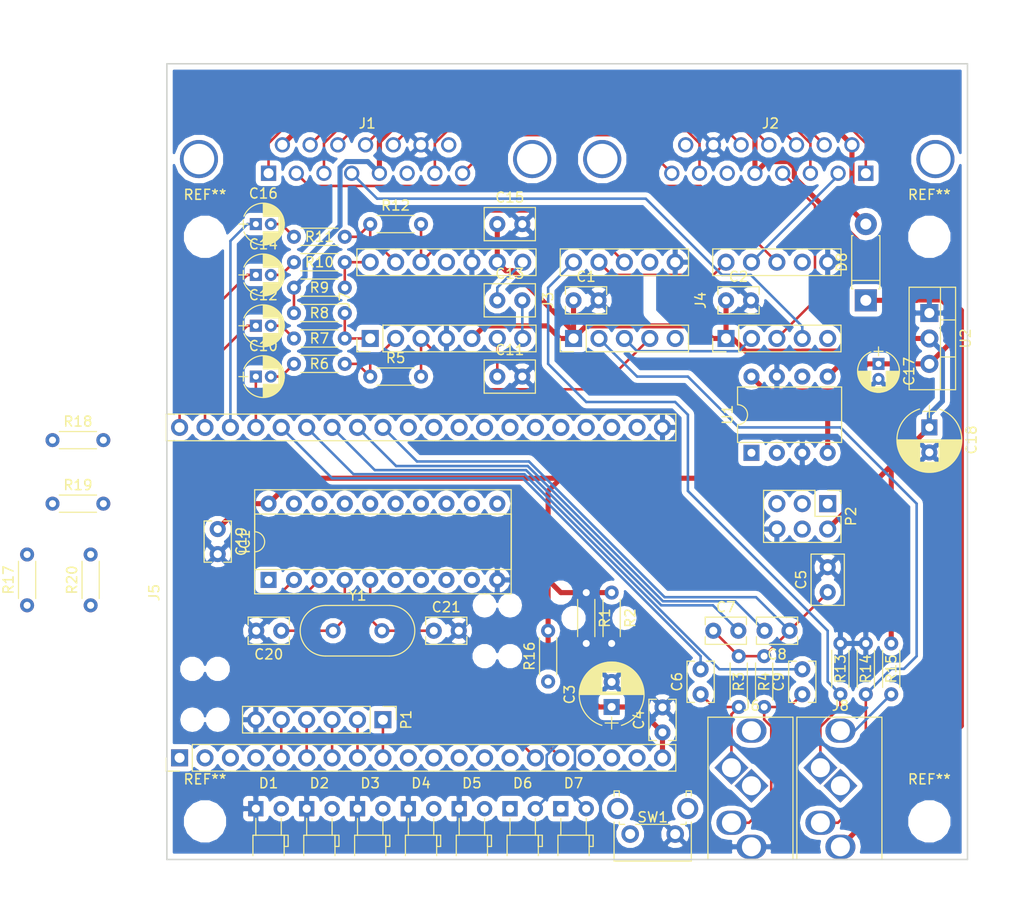
<source format=kicad_pcb>
(kicad_pcb (version 4) (host pcbnew 4.0.7+dfsg1-1)
  (title_block (title Blubaru))
  (layers (0 Top signal) (31 Bottom signal) (36 B.SilkS user hide) (37 F.SilkS user) (38 B.Mask user hide) (39 F.Mask user hide) (44 Edge.Cuts user))
  (net 0 "")
  (net 1 GND)
  (net 2 VCC)
  (net 3 "/DB-15 interconnects/Modules/Bluetooth Module/Microphone/MIC_BIAS")
  (net 4 "/DB-15 interconnects/Modules/Bluetooth Module/Microphone/MIC_R-")
  (net 5 "/DB-15 interconnects/Modules/Bluetooth Module/Microphone/MIC_L+")
  (net 6 "/DB-15 interconnects/Modules/Bluetooth Module/Microphone/MIC_L-")
  (net 7 "/DB-15 interconnects/Modules/Bluetooth Module/Microphone/MIC_R+")
  (net 8 "/DB-15 interconnects/Modules/Audio switch/BT_L")
  (net 9 "Net-(C10-Pad2)")
  (net 10 "Net-(C11-Pad1)")
  (net 11 "Net-(C13-Pad1)")
  (net 12 "/DB-15 interconnects/Modules/Audio switch/BT_R")
  (net 13 "Net-(C14-Pad2)")
  (net 14 "/DB-15 interconnects/13_IN")
  (net 15 "/DB-15 interconnects/1_IN")
  (net 16 "/DB-15 interconnects/2_IN")
  (net 17 "/DB-15 interconnects/3_IN")
  (net 18 "/DB-15 interconnects/4_IN")
  (net 19 "/DB-15 interconnects/6_IN")
  (net 20 "/DB-15 interconnects/7_IN")
  (net 21 "/DB-15 interconnects/8_IN")
  (net 22 +12V)
  (net 23 "/DB-15 interconnects/10_IN")
  (net 24 "/DB-15 interconnects/11_IN")
  (net 25 "/DB-15 interconnects/12_IN")
  (net 26 "/DB-15 interconnects/6_OUT")
  (net 27 "/DB-15 interconnects/4_OUT")
  (net 28 "/DB-15 interconnects/2_OUT")
  (net 29 "/DB-15 interconnects/Modules/Audio switch/BT_TRG")
  (net 30 "/DB-15 interconnects/Modules/Bluetooth Module/UART_RX")
  (net 31 "/DB-15 interconnects/Modules/Bluetooth Module/UART_TX")
  (net 32 "/DB-15 interconnects/Modules/Bluetooth Module/CMD")
  (net 33 "/DB-15 interconnects/Modules/Bluetooth Module/EVENT")
  (net 34 "/DB-15 interconnects/Modules/Bluetooth Module/VOL+")
  (net 35 "/DB-15 interconnects/Modules/Bluetooth Module/NEXT")
  (net 36 "/DB-15 interconnects/Modules/Bluetooth Module/PLAY")
  (net 37 "/DB-15 interconnects/Modules/Bluetooth Module/PREV")
  (net 38 "/DB-15 interconnects/Modules/Bluetooth Module/VOL-")
  (net 39 "Net-(C6-Pad1)")
  (net 40 "/DB-15 interconnects/Modules/Bluetooth Module/Line Driver/R-")
  (net 41 "/DB-15 interconnects/Modules/Bluetooth Module/Line Driver/R+")
  (net 42 "Net-(C12-Pad2)")
  (net 43 "Net-(C13-Pad2)")
  (net 44 "/DB-15 interconnects/Modules/Bluetooth Module/Line Driver/L+")
  (net 45 "/DB-15 interconnects/Modules/Bluetooth Module/Line Driver/L-")
  (net 46 "Net-(C16-Pad2)")
  (net 47 "Net-(C20-Pad1)")
  (net 48 "Net-(C21-Pad1)")
  (net 49 "Net-(D2-Pad2)")
  (net 50 "Net-(D4-Pad2)")
  (net 51 "Net-(D5-Pad2)")
  (net 52 "Net-(D6-Pad2)")
  (net 53 "/DB-15 interconnects/Modules/Bluetooth Module/9600")
  (net 54 "/DB-15 interconnects/Modules/Bluetooth Module/PWR_EN")
  (net 55 "/DB-15 interconnects/Modules/Microcontroller/LED1")
  (net 56 "/DB-15 interconnects/Modules/Microcontroller/LED2")
  (net 57 "/DB-15 interconnects/Modules/Line In/JACK_SENSE")
  (net 58 "/DB-15 interconnects/Modules/Microcontroller/MOSI")
  (net 59 "/DB-15 interconnects/Modules/Microcontroller/MISO")
  (net 60 "/DB-15 interconnects/Modules/Audio switch/LINE_TRG")
  (net 61 "/DB-15 interconnects/Modules/Microcontroller/SCK")
  (net 62 "Net-(J3-Pad9)")
  (net 63 "/DB-15 interconnects/Modules/Audio switch/LINE_R")
  (net 64 "/DB-15 interconnects/Modules/Audio switch/LINE_L")
  (net 65 "Net-(J3-Pad3)")
  (net 66 "Net-(J7-Pad13)")
  (net 67 "Net-(J7-Pad14)")
  (net 68 "Net-(J7-Pad1)")
  (net 69 "Net-(J7-Pad2)")
  (net 70 GNDA)
  (net 71 "Net-(D1-Pad2)")
  (net 72 "Net-(D7-Pad2)")
  (net 73 +BATT)
  (net 74 "Net-(C9-Pad1)")
  (net 75 "Net-(D3-Pad2)")
  (net 76 "Net-(D6-Pad1)")
  (net 77 "Net-(D7-Pad1)")
  (net 78 "/DB-15 interconnects/Modules/Microcontroller/RESET")
  (net 79 "/DB-15 interconnects/Modules/Microcontroller/BT_RESET")
  (net 80 "Net-(J1-Pad15)")
  (net 81 "Net-(J2-Pad15)")
  (net 82 "Net-(J5-Pad22)")
  (net 83 "Net-(J5-Pad23)")
  (net 84 "Net-(J5-Pad24)")
  (net 85 "Net-(J5-Pad25)")
  (net 86 "Net-(J5-Pad26)")
  (net 87 "Net-(J5-Pad27)")
  (net 88 "Net-(J5-Pad28)")
  (net 89 "Net-(J5-Pad29)")
  (net 90 "Net-(J5-Pad3)")
  (net 91 "Net-(J5-Pad4)")
  (net 92 "Net-(J5-Pad11)")
  (net 93 "Net-(J5-Pad12)")
  (net 94 "Net-(J5-Pad13)")
  (net 95 "Net-(J5-Pad14)")
  (net 96 "Net-(J5-Pad18)")
  (net 97 "Net-(J6-Pad5)")
  (net 98 "Net-(J6-Pad4)")
  (net 99 "Net-(J7-Pad11)")
  (net 100 "Net-(J8-Pad5)")
  (module blubaru:RN52_Breakout (layer Top) (at 113.03 118.11 90)
    (fp_text reference J5 (at 0 -2.54 90) (layer F.SilkS))
    (fp_text value RN52_BREAKOUT)
    (pad 21 thru_hole oval (at 16.51 48.26 90) (size 1.7 1.7) (drill 1) (layers *.Cu *.Mask) (net 1 GND))
    (pad 22 thru_hole oval (at 16.51 45.72 90) (size 1.7 1.7) (drill 1) (layers *.Cu *.Mask) (net 82 "Net-(J5-Pad22)"))
    (pad 23 thru_hole oval (at 16.51 43.18 90) (size 1.7 1.7) (drill 1) (layers *.Cu *.Mask) (net 83 "Net-(J5-Pad23)"))
    (pad 24 thru_hole oval (at 16.51 40.64 90) (size 1.7 1.7) (drill 1) (layers *.Cu *.Mask) (net 84 "Net-(J5-Pad24)"))
    (pad 25 thru_hole oval (at 16.51 38.1 90) (size 1.7 1.7) (drill 1) (layers *.Cu *.Mask) (net 85 "Net-(J5-Pad25)"))
    (pad 26 thru_hole oval (at 16.51 35.56 90) (size 1.7 1.7) (drill 1) (layers *.Cu *.Mask) (net 86 "Net-(J5-Pad26)"))
    (pad 27 thru_hole oval (at 16.51 33.02 90) (size 1.7 1.7) (drill 1) (layers *.Cu *.Mask) (net 87 "Net-(J5-Pad27)"))
    (pad 28 thru_hole oval (at 16.51 30.48 90) (size 1.7 1.7) (drill 1) (layers *.Cu *.Mask) (net 88 "Net-(J5-Pad28)"))
    (pad 29 thru_hole oval (at 16.51 27.94 90) (size 1.7 1.7) (drill 1) (layers *.Cu *.Mask) (net 89 "Net-(J5-Pad29)"))
    (pad 30 thru_hole oval (at 16.51 25.4 90) (size 1.7 1.7) (drill 1) (layers *.Cu *.Mask) (net 77 "Net-(D7-Pad1)"))
    (pad 31 thru_hole oval (at 16.51 22.86 90) (size 1.7 1.7) (drill 1) (layers *.Cu *.Mask) (net 76 "Net-(D6-Pad1)"))
    (pad 32 thru_hole oval (at 16.51 20.32 90) (size 1.7 1.7) (drill 1) (layers *.Cu *.Mask) (net 3 "/DB-15 interconnects/Modules/Bluetooth Module/Microphone/MIC_BIAS"))
    (pad 33 thru_hole oval (at 16.51 17.78 90) (size 1.7 1.7) (drill 1) (layers *.Cu *.Mask) (net 5 "/DB-15 interconnects/Modules/Bluetooth Module/Microphone/MIC_L+"))
    (pad 34 thru_hole oval (at 16.51 15.24 90) (size 1.7 1.7) (drill 1) (layers *.Cu *.Mask) (net 7 "/DB-15 interconnects/Modules/Bluetooth Module/Microphone/MIC_R+"))
    (pad 35 thru_hole oval (at 16.51 12.7 90) (size 1.7 1.7) (drill 1) (layers *.Cu *.Mask) (net 6 "/DB-15 interconnects/Modules/Bluetooth Module/Microphone/MIC_L-"))
    (pad 36 thru_hole oval (at 16.51 10.16 90) (size 1.7 1.7) (drill 1) (layers *.Cu *.Mask) (net 4 "/DB-15 interconnects/Modules/Bluetooth Module/Microphone/MIC_R-"))
    (pad 37 thru_hole oval (at 16.51 7.62 90) (size 1.7 1.7) (drill 1) (layers *.Cu *.Mask) (net 40 "/DB-15 interconnects/Modules/Bluetooth Module/Line Driver/R-"))
    (pad 38 thru_hole oval (at 16.51 5.08 90) (size 1.7 1.7) (drill 1) (layers *.Cu *.Mask) (net 45 "/DB-15 interconnects/Modules/Bluetooth Module/Line Driver/L-"))
    (pad 39 thru_hole oval (at 16.51 2.54 90) (size 1.7 1.7) (drill 1) (layers *.Cu *.Mask) (net 41 "/DB-15 interconnects/Modules/Bluetooth Module/Line Driver/R+"))
    (pad 40 thru_hole circle (at 16.51 0 90) (size 1.7 1.7) (drill 1) (layers *.Cu *.Mask) (net 44 "/DB-15 interconnects/Modules/Bluetooth Module/Line Driver/L+"))
    (pad 1 thru_hole rect (at -16.51 0 90) (size 1.7 1.7) (drill 1) (layers *.Cu *.Mask) (net 79 "/DB-15 interconnects/Modules/Microcontroller/BT_RESET"))
    (pad 2 thru_hole oval (at -16.51 2.54 90) (size 1.7 1.7) (drill 1) (layers *.Cu *.Mask) (net 33 "/DB-15 interconnects/Modules/Bluetooth Module/EVENT"))
    (pad 3 thru_hole oval (at -16.51 5.08 90) (size 1.7 1.7) (drill 1) (layers *.Cu *.Mask) (net 90 "Net-(J5-Pad3)"))
    (pad 4 thru_hole oval (at -16.51 7.62 90) (size 1.7 1.7) (drill 1) (layers *.Cu *.Mask) (net 91 "Net-(J5-Pad4)"))
    (pad 5 thru_hole oval (at -16.51 10.16 90) (size 1.7 1.7) (drill 1) (layers *.Cu *.Mask) (net 34 "/DB-15 interconnects/Modules/Bluetooth Module/VOL+"))
    (pad 6 thru_hole oval (at -16.51 12.7 90) (size 1.7 1.7) (drill 1) (layers *.Cu *.Mask) (net 35 "/DB-15 interconnects/Modules/Bluetooth Module/NEXT"))
    (pad 7 thru_hole oval (at -16.51 15.24 90) (size 1.7 1.7) (drill 1) (layers *.Cu *.Mask) (net 36 "/DB-15 interconnects/Modules/Bluetooth Module/PLAY"))
    (pad 8 thru_hole oval (at -16.51 17.78 90) (size 1.7 1.7) (drill 1) (layers *.Cu *.Mask) (net 37 "/DB-15 interconnects/Modules/Bluetooth Module/PREV"))
    (pad 9 thru_hole oval (at -16.51 20.32 90) (size 1.7 1.7) (drill 1) (layers *.Cu *.Mask) (net 38 "/DB-15 interconnects/Modules/Bluetooth Module/VOL-"))
    (pad 10 thru_hole oval (at -16.51 22.86 90) (size 1.7 1.7) (drill 1) (layers *.Cu *.Mask) (net 32 "/DB-15 interconnects/Modules/Bluetooth Module/CMD"))
    (pad 11 thru_hole oval (at -16.51 25.4 90) (size 1.7 1.7) (drill 1) (layers *.Cu *.Mask) (net 92 "Net-(J5-Pad11)"))
    (pad 12 thru_hole oval (at -16.51 27.94 90) (size 1.7 1.7) (drill 1) (layers *.Cu *.Mask) (net 93 "Net-(J5-Pad12)"))
    (pad 13 thru_hole oval (at -16.51 30.48 90) (size 1.7 1.7) (drill 1) (layers *.Cu *.Mask) (net 94 "Net-(J5-Pad13)"))
    (pad 14 thru_hole oval (at -16.51 33.02 90) (size 1.7 1.7) (drill 1) (layers *.Cu *.Mask) (net 95 "Net-(J5-Pad14)"))
    (pad 15 thru_hole oval (at -16.51 35.56 90) (size 1.7 1.7) (drill 1) (layers *.Cu *.Mask) (net 31 "/DB-15 interconnects/Modules/Bluetooth Module/UART_TX"))
    (pad 16 thru_hole oval (at -16.51 38.1 90) (size 1.7 1.7) (drill 1) (layers *.Cu *.Mask) (net 30 "/DB-15 interconnects/Modules/Bluetooth Module/UART_RX"))
    (pad 17 thru_hole oval (at -16.51 40.64 90) (size 1.7 1.7) (drill 1) (layers *.Cu *.Mask) (net 53 "/DB-15 interconnects/Modules/Bluetooth Module/9600"))
    (pad 18 thru_hole oval (at -16.51 43.18 90) (size 1.7 1.7) (drill 1) (layers *.Cu *.Mask) (net 96 "Net-(J5-Pad18)"))
    (pad 19 thru_hole oval (at -16.51 45.72 90) (size 1.7 1.7) (drill 1) (layers *.Cu *.Mask) (net 54 "/DB-15 interconnects/Modules/Bluetooth Module/PWR_EN"))
    (pad 20 thru_hole oval (at -16.51 48.26 90) (size 1.7 1.7) (drill 1) (layers *.Cu *.Mask) (net 2 VCC))
  )
  (module blubaru:C_Disc_D4.0mm_W2.6mm_P2.50mm (layer Top) (at 152.4 88.9)
    (fp_text reference C1 (at 1.25 -2.36) (layer F.SilkS))
    (fp_text value 0.1uF)
    (pad 1 thru_hole circle (at 0 0) (size 1.6 1.6) (drill 0.8) (layers *.Cu *.Mask) (net 2 VCC))
    (pad 2 thru_hole circle (at 2.5 0) (size 1.6 1.6) (drill 0.8) (layers *.Cu *.Mask) (net 1 GND))
  )
  (module blubaru:C_Disc_D4.0mm_W2.6mm_P2.50mm (layer Top) (at 167.64 88.9)
    (fp_text reference C2 (at 1.25 -2.36) (layer F.SilkS))
    (fp_text value 0.1uF)
    (pad 1 thru_hole circle (at 0 0) (size 1.6 1.6) (drill 0.8) (layers *.Cu *.Mask) (net 2 VCC))
    (pad 2 thru_hole circle (at 2.5 0) (size 1.6 1.6) (drill 0.8) (layers *.Cu *.Mask) (net 1 GND))
  )
  (module blubaru:CP_Radial_D6.3mm_P2.50mm (layer Top) (at 156.21 129.54 90)
    (fp_text reference C3 (at 1.25 -4.21 90) (layer F.SilkS))
    (fp_text value 220uF)
    (pad 1 thru_hole rect (at 0 0 90) (size 1.6 1.6) (drill 0.8) (layers *.Cu *.Mask) (net 2 VCC))
    (pad 2 thru_hole circle (at 2.5 0 90) (size 1.6 1.6) (drill 0.8) (layers *.Cu *.Mask) (net 1 GND))
  )
  (module blubaru:C_Disc_D4.0mm_W2.6mm_P2.50mm (layer Top) (at 161.29 132.08 90)
    (fp_text reference C4 (at 1.25 -2.36 90) (layer F.SilkS))
    (fp_text value 0.1uF)
    (pad 1 thru_hole circle (at 0 0 90) (size 1.6 1.6) (drill 0.8) (layers *.Cu *.Mask) (net 2 VCC))
    (pad 2 thru_hole circle (at 2.5 0 90) (size 1.6 1.6) (drill 0.8) (layers *.Cu *.Mask) (net 1 GND))
  )
  (module blubaru:C_Disc_D5.0mm_W3.2mm_P2.50mm (layer Top) (at 177.8 118.07 90)
    (fp_text reference C5 (at 1.25 -2.66 90) (layer F.SilkS))
    (fp_text value 1uF)
    (pad 1 thru_hole circle (at 0 0 90) (size 1.6 1.6) (drill 0.8) (layers *.Cu *.Mask) (net 3 "/DB-15 interconnects/Modules/Bluetooth Module/Microphone/MIC_BIAS"))
    (pad 2 thru_hole circle (at 2.5 0 90) (size 1.6 1.6) (drill 0.8) (layers *.Cu *.Mask) (net 1 GND))
  )
  (module blubaru:C_Disc_D4.0mm_W2.6mm_P2.50mm (layer Top) (at 165.1 128.27 90)
    (fp_text reference C6 (at 1.25 -2.36 90) (layer F.SilkS))
    (fp_text value 0.047uF)
    (pad 1 thru_hole circle (at 0 0 90) (size 1.6 1.6) (drill 0.8) (layers *.Cu *.Mask) (net 39 "Net-(C6-Pad1)"))
    (pad 2 thru_hole circle (at 2.5 0 90) (size 1.6 1.6) (drill 0.8) (layers *.Cu *.Mask) (net 4 "/DB-15 interconnects/Modules/Bluetooth Module/Microphone/MIC_R-"))
  )
  (module blubaru:C_Disc_D4.0mm_W2.6mm_P2.50mm (layer Top) (at 166.37 121.92)
    (fp_text reference C7 (at 1.25 -2.36) (layer F.SilkS))
    (fp_text value 0.047uF)
    (pad 1 thru_hole circle (at 0 0) (size 1.6 1.6) (drill 0.8) (layers *.Cu *.Mask) (net 3 "/DB-15 interconnects/Modules/Bluetooth Module/Microphone/MIC_BIAS"))
    (pad 2 thru_hole circle (at 2.5 0) (size 1.6 1.6) (drill 0.8) (layers *.Cu *.Mask) (net 7 "/DB-15 interconnects/Modules/Bluetooth Module/Microphone/MIC_R+"))
  )
  (module blubaru:C_Disc_D4.0mm_W2.6mm_P2.50mm (layer Top) (at 173.99 121.92 180)
    (fp_text reference C8 (at 1.25 -2.36 180) (layer F.SilkS))
    (fp_text value 0.047uF)
    (pad 1 thru_hole circle (at 0 0 180) (size 1.6 1.6) (drill 0.8) (layers *.Cu *.Mask) (net 3 "/DB-15 interconnects/Modules/Bluetooth Module/Microphone/MIC_BIAS"))
    (pad 2 thru_hole circle (at 2.5 0 180) (size 1.6 1.6) (drill 0.8) (layers *.Cu *.Mask) (net 5 "/DB-15 interconnects/Modules/Bluetooth Module/Microphone/MIC_L+"))
  )
  (module blubaru:C_Disc_D4.0mm_W2.6mm_P2.50mm (layer Top) (at 175.26 128.27 90)
    (fp_text reference C9 (at 1.25 -2.36 90) (layer F.SilkS))
    (fp_text value 0.047uF)
    (pad 1 thru_hole circle (at 0 0 90) (size 1.6 1.6) (drill 0.8) (layers *.Cu *.Mask) (net 74 "Net-(C9-Pad1)"))
    (pad 2 thru_hole circle (at 2.5 0 90) (size 1.6 1.6) (drill 0.8) (layers *.Cu *.Mask) (net 6 "/DB-15 interconnects/Modules/Bluetooth Module/Microphone/MIC_L-"))
  )
  (module blubaru:CP_Radial_D4.0mm_P1.50mm (layer Top) (at 120.65 96.52)
    (fp_text reference C10 (at 0.75 -3.06) (layer F.SilkS))
    (fp_text value 1uF)
    (pad 1 thru_hole rect (at 0 0) (size 1.2 1.2) (drill 0.6) (layers *.Cu *.Mask) (net 40 "/DB-15 interconnects/Modules/Bluetooth Module/Line Driver/R-"))
    (pad 2 thru_hole circle (at 1.5 0) (size 1.2 1.2) (drill 0.6) (layers *.Cu *.Mask) (net 9 "Net-(C10-Pad2)"))
  )
  (module blubaru:C_Disc_D5.0mm_W3.2mm_P2.50mm (layer Top) (at 144.78 96.52)
    (fp_text reference C11 (at 1.25 -2.66) (layer F.SilkS))
    (fp_text value 1uF)
    (pad 1 thru_hole circle (at 0 0) (size 1.6 1.6) (drill 0.8) (layers *.Cu *.Mask) (net 10 "Net-(C11-Pad1)"))
    (pad 2 thru_hole circle (at 2.5 0) (size 1.6 1.6) (drill 0.8) (layers *.Cu *.Mask) (net 1 GND))
  )
  (module blubaru:CP_Radial_D4.0mm_P1.50mm (layer Top) (at 120.65 91.44)
    (fp_text reference C12 (at 0.75 -3.06) (layer F.SilkS))
    (fp_text value 1uF)
    (pad 1 thru_hole rect (at 0 0) (size 1.2 1.2) (drill 0.6) (layers *.Cu *.Mask) (net 41 "/DB-15 interconnects/Modules/Bluetooth Module/Line Driver/R+"))
    (pad 2 thru_hole circle (at 1.5 0) (size 1.2 1.2) (drill 0.6) (layers *.Cu *.Mask) (net 42 "Net-(C12-Pad2)"))
  )
  (module blubaru:C_Disc_D5.0mm_W3.2mm_P2.50mm (layer Top) (at 144.78 88.9)
    (fp_text reference C13 (at 1.25 -2.66) (layer F.SilkS))
    (fp_text value 1uF)
    (pad 1 thru_hole circle (at 0 0) (size 1.6 1.6) (drill 0.8) (layers *.Cu *.Mask) (net 11 "Net-(C13-Pad1)"))
    (pad 2 thru_hole circle (at 2.5 0) (size 1.6 1.6) (drill 0.8) (layers *.Cu *.Mask) (net 43 "Net-(C13-Pad2)"))
  )
  (module blubaru:CP_Radial_D4.0mm_P1.50mm (layer Top) (at 120.65 86.36)
    (fp_text reference C14 (at 0.75 -3.06) (layer F.SilkS))
    (fp_text value 1uF)
    (pad 1 thru_hole rect (at 0 0) (size 1.2 1.2) (drill 0.6) (layers *.Cu *.Mask) (net 44 "/DB-15 interconnects/Modules/Bluetooth Module/Line Driver/L+"))
    (pad 2 thru_hole circle (at 1.5 0) (size 1.2 1.2) (drill 0.6) (layers *.Cu *.Mask) (net 13 "Net-(C14-Pad2)"))
  )
  (module blubaru:C_Disc_D5.0mm_W3.2mm_P2.50mm (layer Top) (at 144.78 81.28)
    (fp_text reference C15 (at 1.25 -2.66) (layer F.SilkS))
    (fp_text value 1uF)
    (pad 1 thru_hole circle (at 0 0) (size 1.6 1.6) (drill 0.8) (layers *.Cu *.Mask) (net 2 VCC))
    (pad 2 thru_hole circle (at 2.5 0) (size 1.6 1.6) (drill 0.8) (layers *.Cu *.Mask) (net 1 GND))
  )
  (module blubaru:CP_Radial_D4.0mm_P1.50mm (layer Top) (at 120.65 81.28)
    (fp_text reference C16 (at 0.75 -3.06) (layer F.SilkS))
    (fp_text value 1uF)
    (pad 1 thru_hole rect (at 0 0) (size 1.2 1.2) (drill 0.6) (layers *.Cu *.Mask) (net 45 "/DB-15 interconnects/Modules/Bluetooth Module/Line Driver/L-"))
    (pad 2 thru_hole circle (at 1.5 0) (size 1.2 1.2) (drill 0.6) (layers *.Cu *.Mask) (net 46 "Net-(C16-Pad2)"))
  )
  (module blubaru:CP_Radial_D4.0mm_P1.50mm (layer Top) (at 182.88 95.25 270)
    (fp_text reference C17 (at 0.75 -3.06 270) (layer F.SilkS))
    (fp_text value 10uF)
    (pad 1 thru_hole rect (at 0 0 270) (size 1.2 1.2) (drill 0.6) (layers *.Cu *.Mask) (net 22 +12V))
    (pad 2 thru_hole circle (at 1.5 0 270) (size 1.2 1.2) (drill 0.6) (layers *.Cu *.Mask) (net 1 GND))
  )
  (module blubaru:CP_Radial_D6.3mm_P2.50mm (layer Top) (at 187.96 101.6 270)
    (fp_text reference C18 (at 1.25 -4.21 270) (layer F.SilkS))
    (fp_text value 100uF)
    (pad 1 thru_hole rect (at 0 0 270) (size 1.6 1.6) (drill 0.8) (layers *.Cu *.Mask) (net 2 VCC))
    (pad 2 thru_hole circle (at 2.5 0 270) (size 1.6 1.6) (drill 0.8) (layers *.Cu *.Mask) (net 1 GND))
  )
  (module blubaru:C_Disc_D4.0mm_W2.6mm_P2.50mm (layer Top) (at 116.84 111.76 270)
    (fp_text reference C19 (at 1.25 -2.36 270) (layer F.SilkS))
    (fp_text value 0.1uF)
    (pad 1 thru_hole circle (at 0 0 270) (size 1.6 1.6) (drill 0.8) (layers *.Cu *.Mask) (net 2 VCC))
    (pad 2 thru_hole circle (at 2.5 0 270) (size 1.6 1.6) (drill 0.8) (layers *.Cu *.Mask) (net 1 GND))
  )
  (module blubaru:C_Disc_D4.0mm_W2.6mm_P2.50mm (layer Top) (at 123.19 121.92 180)
    (fp_text reference C20 (at 1.25 -2.36 180) (layer F.SilkS))
    (fp_text value 22pF)
    (pad 1 thru_hole circle (at 0 0 180) (size 1.6 1.6) (drill 0.8) (layers *.Cu *.Mask) (net 47 "Net-(C20-Pad1)"))
    (pad 2 thru_hole circle (at 2.5 0 180) (size 1.6 1.6) (drill 0.8) (layers *.Cu *.Mask) (net 1 GND))
  )
  (module blubaru:C_Disc_D4.0mm_W2.6mm_P2.50mm (layer Top) (at 138.43 121.92)
    (fp_text reference C21 (at 1.25 -2.36) (layer F.SilkS))
    (fp_text value 22pF)
    (pad 1 thru_hole circle (at 0 0) (size 1.6 1.6) (drill 0.8) (layers *.Cu *.Mask) (net 48 "Net-(C21-Pad1)"))
    (pad 2 thru_hole circle (at 2.5 0) (size 1.6 1.6) (drill 0.8) (layers *.Cu *.Mask) (net 1 GND))
  )
  (module blubaru:LED_D3.0mm_Horizontal_O1.27mm_Z6.0mm (layer Top) (at 120.65 139.7)
    (fp_text reference D1 (at 1.27 -2.54) (layer F.SilkS))
    (fp_text value "R LED")
    (pad 1 thru_hole rect (at 0 0) (size 1.524 1.524) (drill 0.8128) (layers *.Cu *.Mask) (net 1 GND))
    (pad 2 thru_hole circle (at 2.54 0) (size 1.524 1.524) (drill 0.8128) (layers *.Cu *.Mask) (net 71 "Net-(D1-Pad2)"))
  )
  (module blubaru:LED_D3.0mm_Horizontal_O1.27mm_Z6.0mm (layer Top) (at 125.73 139.7)
    (fp_text reference D2 (at 1.27 -2.54) (layer F.SilkS))
    (fp_text value "B LED")
    (pad 1 thru_hole rect (at 0 0) (size 1.524 1.524) (drill 0.8128) (layers *.Cu *.Mask) (net 1 GND))
    (pad 2 thru_hole circle (at 2.54 0) (size 1.524 1.524) (drill 0.8128) (layers *.Cu *.Mask) (net 49 "Net-(D2-Pad2)"))
  )
  (module blubaru:LED_D3.0mm_Horizontal_O1.27mm_Z6.0mm (layer Top) (at 130.81 139.7)
    (fp_text reference D3 (at 1.27 -2.54) (layer F.SilkS))
    (fp_text value "Y LED")
    (pad 1 thru_hole rect (at 0 0) (size 1.524 1.524) (drill 0.8128) (layers *.Cu *.Mask) (net 1 GND))
    (pad 2 thru_hole circle (at 2.54 0) (size 1.524 1.524) (drill 0.8128) (layers *.Cu *.Mask) (net 75 "Net-(D3-Pad2)"))
  )
  (module blubaru:LED_D3.0mm_Horizontal_O1.27mm_Z6.0mm (layer Top) (at 135.89 139.7)
    (fp_text reference D4 (at 1.27 -2.54) (layer F.SilkS))
    (fp_text value "O LED")
    (pad 1 thru_hole rect (at 0 0) (size 1.524 1.524) (drill 0.8128) (layers *.Cu *.Mask) (net 1 GND))
    (pad 2 thru_hole circle (at 2.54 0) (size 1.524 1.524) (drill 0.8128) (layers *.Cu *.Mask) (net 50 "Net-(D4-Pad2)"))
  )
  (module blubaru:LED_D3.0mm_Horizontal_O1.27mm_Z6.0mm (layer Top) (at 140.97 139.7)
    (fp_text reference D5 (at 1.27 -2.54) (layer F.SilkS))
    (fp_text value "G LED")
    (pad 1 thru_hole rect (at 0 0) (size 1.524 1.524) (drill 0.8128) (layers *.Cu *.Mask) (net 1 GND))
    (pad 2 thru_hole circle (at 2.54 0) (size 1.524 1.524) (drill 0.8128) (layers *.Cu *.Mask) (net 51 "Net-(D5-Pad2)"))
  )
  (module blubaru:LED_D3.0mm_Horizontal_O1.27mm_Z6.0mm (layer Top) (at 146.05 139.7)
    (fp_text reference D6 (at 1.27 -2.54) (layer F.SilkS))
    (fp_text value "B LED")
    (pad 1 thru_hole rect (at 0 0) (size 1.524 1.524) (drill 0.8128) (layers *.Cu *.Mask) (net 76 "Net-(D6-Pad1)"))
    (pad 2 thru_hole circle (at 2.54 0) (size 1.524 1.524) (drill 0.8128) (layers *.Cu *.Mask) (net 52 "Net-(D6-Pad2)"))
  )
  (module blubaru:LED_D3.0mm_Horizontal_O1.27mm_Z6.0mm (layer Top) (at 151.13 139.7)
    (fp_text reference D7 (at 1.27 -2.54) (layer F.SilkS))
    (fp_text value "R LED")
    (pad 1 thru_hole rect (at 0 0) (size 1.524 1.524) (drill 0.8128) (layers *.Cu *.Mask) (net 77 "Net-(D7-Pad1)"))
    (pad 2 thru_hole circle (at 2.54 0) (size 1.524 1.524) (drill 0.8128) (layers *.Cu *.Mask) (net 72 "Net-(D7-Pad2)"))
  )
  (module Diodes_THT:D_DO-41_SOD81_P7.62mm_Horizontal (layer Top) (at 181.61 88.9 90)
    (fp_text reference D8 (at 3.81 -2.41 90) (layer F.SilkS))
    (fp_text value D)
    (pad 1 thru_hole rect (at 0 0 90) (size 2.2 2.2) (drill 1.1) (layers *.Cu *.Mask) (net 22 +12V))
    (pad 2 thru_hole oval (at 7.62 0 90) (size 2.2 2.2) (drill 1.1) (layers *.Cu *.Mask) (net 73 +BATT))
  )
  (module blubaru:DIP-20_W7.62mm_Socket (layer Top) (at 121.92 116.84 90)
    (fp_text reference IC1 (at 3.81 -2.39 90) (layer F.SilkS))
    (fp_text value ATTINY4313-P)
    (pad 1 thru_hole rect (at 0 0 90) (size 1.6 1.6) (drill 0.8) (layers *.Cu *.Mask) (net 78 "/DB-15 interconnects/Modules/Microcontroller/RESET"))
    (pad 11 thru_hole oval (at 7.62 22.86 90) (size 1.6 1.6) (drill 0.8) (layers *.Cu *.Mask) (net 79 "/DB-15 interconnects/Modules/Microcontroller/BT_RESET"))
    (pad 2 thru_hole oval (at 0 2.54 90) (size 1.6 1.6) (drill 0.8) (layers *.Cu *.Mask) (net 31 "/DB-15 interconnects/Modules/Bluetooth Module/UART_TX"))
    (pad 12 thru_hole oval (at 7.62 20.32 90) (size 1.6 1.6) (drill 0.8) (layers *.Cu *.Mask) (net 32 "/DB-15 interconnects/Modules/Bluetooth Module/CMD"))
    (pad 3 thru_hole oval (at 0 5.08 90) (size 1.6 1.6) (drill 0.8) (layers *.Cu *.Mask) (net 30 "/DB-15 interconnects/Modules/Bluetooth Module/UART_RX"))
    (pad 13 thru_hole oval (at 7.62 17.78 90) (size 1.6 1.6) (drill 0.8) (layers *.Cu *.Mask) (net 53 "/DB-15 interconnects/Modules/Bluetooth Module/9600"))
    (pad 4 thru_hole oval (at 0 7.62 90) (size 1.6 1.6) (drill 0.8) (layers *.Cu *.Mask) (net 47 "Net-(C20-Pad1)"))
    (pad 14 thru_hole oval (at 7.62 15.24 90) (size 1.6 1.6) (drill 0.8) (layers *.Cu *.Mask) (net 54 "/DB-15 interconnects/Modules/Bluetooth Module/PWR_EN"))
    (pad 5 thru_hole oval (at 0 10.16 90) (size 1.6 1.6) (drill 0.8) (layers *.Cu *.Mask) (net 48 "Net-(C21-Pad1)"))
    (pad 15 thru_hole oval (at 7.62 12.7 90) (size 1.6 1.6) (drill 0.8) (layers *.Cu *.Mask) (net 55 "/DB-15 interconnects/Modules/Microcontroller/LED1"))
    (pad 6 thru_hole oval (at 0 12.7 90) (size 1.6 1.6) (drill 0.8) (layers *.Cu *.Mask) (net 33 "/DB-15 interconnects/Modules/Bluetooth Module/EVENT"))
    (pad 16 thru_hole oval (at 7.62 10.16 90) (size 1.6 1.6) (drill 0.8) (layers *.Cu *.Mask) (net 56 "/DB-15 interconnects/Modules/Microcontroller/LED2"))
    (pad 7 thru_hole oval (at 0 15.24 90) (size 1.6 1.6) (drill 0.8) (layers *.Cu *.Mask) (net 57 "/DB-15 interconnects/Modules/Line In/JACK_SENSE"))
    (pad 17 thru_hole oval (at 7.62 7.62 90) (size 1.6 1.6) (drill 0.8) (layers *.Cu *.Mask) (net 58 "/DB-15 interconnects/Modules/Microcontroller/MOSI"))
    (pad 8 thru_hole oval (at 0 17.78 90) (size 1.6 1.6) (drill 0.8) (layers *.Cu *.Mask) (net 29 "/DB-15 interconnects/Modules/Audio switch/BT_TRG"))
    (pad 18 thru_hole oval (at 7.62 5.08 90) (size 1.6 1.6) (drill 0.8) (layers *.Cu *.Mask) (net 59 "/DB-15 interconnects/Modules/Microcontroller/MISO"))
    (pad 9 thru_hole oval (at 0 20.32 90) (size 1.6 1.6) (drill 0.8) (layers *.Cu *.Mask) (net 60 "/DB-15 interconnects/Modules/Audio switch/LINE_TRG"))
    (pad 19 thru_hole oval (at 7.62 2.54 90) (size 1.6 1.6) (drill 0.8) (layers *.Cu *.Mask) (net 61 "/DB-15 interconnects/Modules/Microcontroller/SCK"))
    (pad 10 thru_hole oval (at 0 22.86 90) (size 1.6 1.6) (drill 0.8) (layers *.Cu *.Mask) (net 1 GND))
    (pad 20 thru_hole oval (at 7.62 0 90) (size 1.6 1.6) (drill 0.8) (layers *.Cu *.Mask) (net 2 VCC))
  )
  (module blubaru:DB15FC (layer Top) (at 121.92 76.2)
    (fp_text reference J1 (at 9.86 -4.98) (layer F.SilkS))
    (fp_text value DB15)
    (pad "" thru_hole circle (at 26.345 -1.42) (size 3.81 3.81) (drill 3.05) (layers *.Cu *.Mask))
    (pad "" thru_hole circle (at -6.955 -1.42) (size 3.81 3.81) (drill 3.05) (layers *.Cu *.Mask))
    (pad 1 thru_hole rect (at 0 0) (size 1.52 1.52) (drill 1) (layers *.Cu *.Mask) (net 15 "/DB-15 interconnects/1_IN"))
    (pad 2 thru_hole circle (at 2.77 0) (size 1.52 1.52) (drill 1) (layers *.Cu *.Mask) (net 16 "/DB-15 interconnects/2_IN"))
    (pad 3 thru_hole circle (at 5.54 0) (size 1.52 1.52) (drill 1) (layers *.Cu *.Mask) (net 17 "/DB-15 interconnects/3_IN"))
    (pad 4 thru_hole circle (at 8.31 0) (size 1.52 1.52) (drill 1) (layers *.Cu *.Mask) (net 18 "/DB-15 interconnects/4_IN"))
    (pad 5 thru_hole circle (at 11.08 0) (size 1.52 1.52) (drill 1) (layers *.Cu *.Mask) (net 70 GNDA))
    (pad 6 thru_hole circle (at 13.85 0) (size 1.52 1.52) (drill 1) (layers *.Cu *.Mask) (net 19 "/DB-15 interconnects/6_IN"))
    (pad 7 thru_hole circle (at 16.62 0) (size 1.52 1.52) (drill 1) (layers *.Cu *.Mask) (net 20 "/DB-15 interconnects/7_IN"))
    (pad 8 thru_hole circle (at 19.39 0) (size 1.52 1.52) (drill 1) (layers *.Cu *.Mask) (net 21 "/DB-15 interconnects/8_IN"))
    (pad 9 thru_hole circle (at 1.385 -2.84) (size 1.52 1.52) (drill 1) (layers *.Cu *.Mask) (net 73 +BATT))
    (pad 10 thru_hole circle (at 4.155 -2.84) (size 1.52 1.52) (drill 1) (layers *.Cu *.Mask) (net 23 "/DB-15 interconnects/10_IN"))
    (pad 11 thru_hole circle (at 6.925 -2.84) (size 1.52 1.52) (drill 1) (layers *.Cu *.Mask) (net 24 "/DB-15 interconnects/11_IN"))
    (pad 12 thru_hole circle (at 9.695 -2.84) (size 1.52 1.52) (drill 1) (layers *.Cu *.Mask) (net 25 "/DB-15 interconnects/12_IN"))
    (pad 13 thru_hole circle (at 12.465 -2.84) (size 1.52 1.52) (drill 1) (layers *.Cu *.Mask) (net 14 "/DB-15 interconnects/13_IN"))
    (pad 14 thru_hole circle (at 15.235 -2.84) (size 1.52 1.52) (drill 1) (layers *.Cu *.Mask) (net 1 GND))
    (pad 15 thru_hole circle (at 18.005 -2.84) (size 1.52 1.52) (drill 1) (layers *.Cu *.Mask) (net 80 "Net-(J1-Pad15)"))
  )
  (module blubaru:DB15MC (layer Top) (at 181.61 76.2)
    (fp_text reference J2 (at -9.53 -4.98) (layer F.SilkS))
    (fp_text value DB15)
    (pad "" thru_hole circle (at 6.955 -1.42) (size 3.81 3.81) (drill 3.05) (layers *.Cu *.Mask))
    (pad "" thru_hole circle (at -26.345 -1.42) (size 3.81 3.81) (drill 3.05) (layers *.Cu *.Mask))
    (pad 8 thru_hole circle (at -19.39 0) (size 1.52 1.52) (drill 1) (layers *.Cu *.Mask) (net 21 "/DB-15 interconnects/8_IN"))
    (pad 7 thru_hole circle (at -16.62 0) (size 1.52 1.52) (drill 1) (layers *.Cu *.Mask) (net 20 "/DB-15 interconnects/7_IN"))
    (pad 6 thru_hole circle (at -13.85 0) (size 1.52 1.52) (drill 1) (layers *.Cu *.Mask) (net 26 "/DB-15 interconnects/6_OUT"))
    (pad 5 thru_hole circle (at -11.08 0) (size 1.52 1.52) (drill 1) (layers *.Cu *.Mask) (net 70 GNDA))
    (pad 4 thru_hole circle (at -8.31 0) (size 1.52 1.52) (drill 1) (layers *.Cu *.Mask) (net 27 "/DB-15 interconnects/4_OUT"))
    (pad 3 thru_hole circle (at -5.54 0) (size 1.52 1.52) (drill 1) (layers *.Cu *.Mask) (net 17 "/DB-15 interconnects/3_IN"))
    (pad 2 thru_hole circle (at -2.77 0) (size 1.52 1.52) (drill 1) (layers *.Cu *.Mask) (net 28 "/DB-15 interconnects/2_OUT"))
    (pad 1 thru_hole rect (at 0 0) (size 1.52 1.52) (drill 1) (layers *.Cu *.Mask) (net 15 "/DB-15 interconnects/1_IN"))
    (pad 15 thru_hole circle (at -18.005 -2.84) (size 1.52 1.52) (drill 1) (layers *.Cu *.Mask) (net 81 "Net-(J2-Pad15)"))
    (pad 14 thru_hole circle (at -15.235 -2.84) (size 1.52 1.52) (drill 1) (layers *.Cu *.Mask) (net 1 GND))
    (pad 13 thru_hole circle (at -12.465 -2.84) (size 1.52 1.52) (drill 1) (layers *.Cu *.Mask) (net 14 "/DB-15 interconnects/13_IN"))
    (pad 12 thru_hole circle (at -9.695 -2.84) (size 1.52 1.52) (drill 1) (layers *.Cu *.Mask) (net 25 "/DB-15 interconnects/12_IN"))
    (pad 11 thru_hole circle (at -6.925 -2.84) (size 1.52 1.52) (drill 1) (layers *.Cu *.Mask) (net 24 "/DB-15 interconnects/11_IN"))
    (pad 10 thru_hole circle (at -4.155 -2.84) (size 1.52 1.52) (drill 1) (layers *.Cu *.Mask) (net 23 "/DB-15 interconnects/10_IN"))
    (pad 9 thru_hole circle (at -1.385 -2.84) (size 1.52 1.52) (drill 1) (layers *.Cu *.Mask) (net 73 +BATT))
  )
  (module blubaru:TS5A22364-Q1 (layer Top) (at 152.4 88.9 90)
    (fp_text reference J3 (at 0 -2.54 90) (layer F.SilkS))
    (fp_text value TS5A22364-Q1)
    (pad 6 thru_hole oval (at 3.81 10.16 90) (size 1.7 1.7) (drill 1) (layers *.Cu *.Mask) (net 1 GND))
    (pad 7 thru_hole oval (at 3.81 7.62 90) (size 1.7 1.7) (drill 1) (layers *.Cu *.Mask) (net 60 "/DB-15 interconnects/Modules/Audio switch/LINE_TRG"))
    (pad 8 thru_hole oval (at 3.81 5.08 90) (size 1.7 1.7) (drill 1) (layers *.Cu *.Mask) (net 12 "/DB-15 interconnects/Modules/Audio switch/BT_R"))
    (pad 9 thru_hole oval (at 3.81 2.54 90) (size 1.7 1.7) (drill 1) (layers *.Cu *.Mask) (net 62 "Net-(J3-Pad9)"))
    (pad 10 thru_hole circle (at 3.81 0 90) (size 1.7 1.7) (drill 1) (layers *.Cu *.Mask) (net 63 "/DB-15 interconnects/Modules/Audio switch/LINE_R"))
    (pad 1 thru_hole rect (at -3.81 0 90) (size 1.7 1.7) (drill 1) (layers *.Cu *.Mask) (net 2 VCC))
    (pad 2 thru_hole oval (at -3.81 2.54 90) (size 1.7 1.7) (drill 1) (layers *.Cu *.Mask) (net 64 "/DB-15 interconnects/Modules/Audio switch/LINE_L"))
    (pad 3 thru_hole oval (at -3.81 5.08 90) (size 1.7 1.7) (drill 1) (layers *.Cu *.Mask) (net 65 "Net-(J3-Pad3)"))
    (pad 4 thru_hole oval (at -3.81 7.62 90) (size 1.7 1.7) (drill 1) (layers *.Cu *.Mask) (net 8 "/DB-15 interconnects/Modules/Audio switch/BT_L"))
    (pad 5 thru_hole oval (at -3.81 10.16 90) (size 1.7 1.7) (drill 1) (layers *.Cu *.Mask) (net 60 "/DB-15 interconnects/Modules/Audio switch/LINE_TRG"))
  )
  (module blubaru:TS5A22364-Q1 (layer Top) (at 167.64 88.9 90)
    (fp_text reference J4 (at 0 -2.54 90) (layer F.SilkS))
    (fp_text value TS5A22364-Q1)
    (pad 6 thru_hole oval (at 3.81 10.16 90) (size 1.7 1.7) (drill 1) (layers *.Cu *.Mask) (net 1 GND))
    (pad 7 thru_hole oval (at 3.81 7.62 90) (size 1.7 1.7) (drill 1) (layers *.Cu *.Mask) (net 29 "/DB-15 interconnects/Modules/Audio switch/BT_TRG"))
    (pad 8 thru_hole oval (at 3.81 5.08 90) (size 1.7 1.7) (drill 1) (layers *.Cu *.Mask) (net 16 "/DB-15 interconnects/2_IN"))
    (pad 9 thru_hole oval (at 3.81 2.54 90) (size 1.7 1.7) (drill 1) (layers *.Cu *.Mask) (net 28 "/DB-15 interconnects/2_OUT"))
    (pad 10 thru_hole circle (at 3.81 0 90) (size 1.7 1.7) (drill 1) (layers *.Cu *.Mask) (net 62 "Net-(J3-Pad9)"))
    (pad 1 thru_hole rect (at -3.81 0 90) (size 1.7 1.7) (drill 1) (layers *.Cu *.Mask) (net 2 VCC))
    (pad 2 thru_hole oval (at -3.81 2.54 90) (size 1.7 1.7) (drill 1) (layers *.Cu *.Mask) (net 65 "Net-(J3-Pad3)"))
    (pad 3 thru_hole oval (at -3.81 5.08 90) (size 1.7 1.7) (drill 1) (layers *.Cu *.Mask) (net 27 "/DB-15 interconnects/4_OUT"))
    (pad 4 thru_hole oval (at -3.81 7.62 90) (size 1.7 1.7) (drill 1) (layers *.Cu *.Mask) (net 18 "/DB-15 interconnects/4_IN"))
    (pad 5 thru_hole oval (at -3.81 10.16 90) (size 1.7 1.7) (drill 1) (layers *.Cu *.Mask) (net 29 "/DB-15 interconnects/Modules/Audio switch/BT_TRG"))
  )
  (module blubaru:sj1-353xng (layer Top) (at 170.18 143.51 90)
    (fp_text reference J6 (at 14.1 0 180) (layer F.SilkS))
    (fp_text value JACK_TRS_5PINS)
    (pad 5 thru_hole rect (at 6.1 0 135) (size 2.4 2.4) (drill 1.9) (layers *.Cu *.Mask) (net 97 "Net-(J6-Pad5)"))
    (pad 4 thru_hole oval (at 11.6 0 90) (size 2.4 3) (drill 1.9) (layers *.Cu *.Mask) (net 98 "Net-(J6-Pad4)"))
    (pad 3 thru_hole rect (at 7.9 -2 135) (size 2.4 2.4) (drill 1.9) (layers *.Cu *.Mask) (net 39 "Net-(C6-Pad1)"))
    (pad 2 thru_hole oval (at 2.4 -2 90) (size 2.4 3) (drill 1.9) (layers *.Cu *.Mask) (net 74 "Net-(C9-Pad1)"))
    (pad 1 thru_hole oval (at 0 0 90) (size 2.4 3) (drill 1.9) (layers *.Cu *.Mask) (net 1 GND))
  )
  (module blubaru:DRV632 (layer Top) (at 132.08 88.9 90)
    (fp_text reference J7 (at 0 -2.54 90) (layer F.SilkS))
    (fp_text value DRV632)
    (pad 8 thru_hole oval (at 3.81 15.24 90) (size 1.7 1.7) (drill 1) (layers *.Cu *.Mask) (net 11 "Net-(C13-Pad1)"))
    (pad 9 thru_hole oval (at 3.81 12.7 90) (size 1.7 1.7) (drill 1) (layers *.Cu *.Mask) (net 2 VCC))
    (pad 10 thru_hole oval (at 3.81 10.16 90) (size 1.7 1.7) (drill 1) (layers *.Cu *.Mask) (net 1 GND))
    (pad 11 thru_hole oval (at 3.81 7.62 90) (size 1.7 1.7) (drill 1) (layers *.Cu *.Mask) (net 99 "Net-(J7-Pad11)"))
    (pad 12 thru_hole oval (at 3.81 5.08 90) (size 1.7 1.7) (drill 1) (layers *.Cu *.Mask) (net 12 "/DB-15 interconnects/Modules/Audio switch/BT_R"))
    (pad 13 thru_hole oval (at 3.81 2.54 90) (size 1.7 1.7) (drill 1) (layers *.Cu *.Mask) (net 66 "Net-(J7-Pad13)"))
    (pad 14 thru_hole circle (at 3.81 0 90) (size 1.7 1.7) (drill 1) (layers *.Cu *.Mask) (net 67 "Net-(J7-Pad14)"))
    (pad 1 thru_hole rect (at -3.81 0 90) (size 1.7 1.7) (drill 1) (layers *.Cu *.Mask) (net 68 "Net-(J7-Pad1)"))
    (pad 2 thru_hole oval (at -3.81 2.54 90) (size 1.7 1.7) (drill 1) (layers *.Cu *.Mask) (net 69 "Net-(J7-Pad2)"))
    (pad 3 thru_hole oval (at -3.81 5.08 90) (size 1.7 1.7) (drill 1) (layers *.Cu *.Mask) (net 8 "/DB-15 interconnects/Modules/Audio switch/BT_L"))
    (pad 4 thru_hole oval (at -3.81 7.62 90) (size 1.7 1.7) (drill 1) (layers *.Cu *.Mask) (net 1 GND))
    (pad 5 thru_hole oval (at -3.81 10.16 90) (size 1.7 1.7) (drill 1) (layers *.Cu *.Mask) (net 2 VCC))
    (pad 6 thru_hole oval (at -3.81 12.7 90) (size 1.7 1.7) (drill 1) (layers *.Cu *.Mask) (net 10 "Net-(C11-Pad1)"))
    (pad 7 thru_hole oval (at -3.81 15.24 90) (size 1.7 1.7) (drill 1) (layers *.Cu *.Mask) (net 43 "Net-(C13-Pad2)"))
  )
  (module blubaru:sj1-353xng (layer Top) (at 179.07 143.51 90)
    (fp_text reference J8 (at 14.1 0 180) (layer F.SilkS))
    (fp_text value JACK_TRS_5PINS)
    (pad 5 thru_hole rect (at 6.1 0 135) (size 2.4 2.4) (drill 1.9) (layers *.Cu *.Mask) (net 100 "Net-(J8-Pad5)"))
    (pad 4 thru_hole oval (at 11.6 0 90) (size 2.4 3) (drill 1.9) (layers *.Cu *.Mask) (net 57 "/DB-15 interconnects/Modules/Line In/JACK_SENSE"))
    (pad 3 thru_hole rect (at 7.9 -2 135) (size 2.4 2.4) (drill 1.9) (layers *.Cu *.Mask) (net 63 "/DB-15 interconnects/Modules/Audio switch/LINE_R"))
    (pad 2 thru_hole oval (at 2.4 -2 90) (size 2.4 3) (drill 1.9) (layers *.Cu *.Mask) (net 64 "/DB-15 interconnects/Modules/Audio switch/LINE_L"))
    (pad 1 thru_hole oval (at 0 0 90) (size 2.4 3) (drill 1.9) (layers *.Cu *.Mask) (net 70 GNDA))
  )
  (module Pin_Headers:Pin_Header_Straight_1x06_Pitch2.54mm (layer Top) (at 133.35 130.81 270)
    (fp_text reference P1 (at 0 -2.33 270) (layer F.SilkS))
    (fp_text value CONN_01X06)
    (pad 1 thru_hole rect (at 0 0 270) (size 1.7 1.7) (drill 1) (layers *.Cu *.Mask) (net 38 "/DB-15 interconnects/Modules/Bluetooth Module/VOL-"))
    (pad 2 thru_hole oval (at 0 2.54 270) (size 1.7 1.7) (drill 1) (layers *.Cu *.Mask) (net 37 "/DB-15 interconnects/Modules/Bluetooth Module/PREV"))
    (pad 3 thru_hole oval (at 0 5.08 270) (size 1.7 1.7) (drill 1) (layers *.Cu *.Mask) (net 36 "/DB-15 interconnects/Modules/Bluetooth Module/PLAY"))
    (pad 4 thru_hole oval (at 0 7.62 270) (size 1.7 1.7) (drill 1) (layers *.Cu *.Mask) (net 35 "/DB-15 interconnects/Modules/Bluetooth Module/NEXT"))
    (pad 5 thru_hole oval (at 0 10.16 270) (size 1.7 1.7) (drill 1) (layers *.Cu *.Mask) (net 34 "/DB-15 interconnects/Modules/Bluetooth Module/VOL+"))
    (pad 6 thru_hole oval (at 0 12.7 270) (size 1.7 1.7) (drill 1) (layers *.Cu *.Mask) (net 1 GND))
  )
  (module Pin_Headers:Pin_Header_Straight_2x03_Pitch2.54mm (layer Top) (at 177.8 109.22 270)
    (fp_text reference P2 (at 1.27 -2.33 270) (layer F.SilkS))
    (fp_text value CONN_02X03)
    (pad 1 thru_hole rect (at 0 0 270) (size 1.7 1.7) (drill 1) (layers *.Cu *.Mask) (net 59 "/DB-15 interconnects/Modules/Microcontroller/MISO"))
    (pad 2 thru_hole oval (at 2.54 0 270) (size 1.7 1.7) (drill 1) (layers *.Cu *.Mask) (net 2 VCC))
    (pad 3 thru_hole oval (at 0 2.54 270) (size 1.7 1.7) (drill 1) (layers *.Cu *.Mask) (net 61 "/DB-15 interconnects/Modules/Microcontroller/SCK"))
    (pad 4 thru_hole oval (at 2.54 2.54 270) (size 1.7 1.7) (drill 1) (layers *.Cu *.Mask) (net 58 "/DB-15 interconnects/Modules/Microcontroller/MOSI"))
    (pad 5 thru_hole oval (at 0 5.08 270) (size 1.7 1.7) (drill 1) (layers *.Cu *.Mask) (net 78 "/DB-15 interconnects/Modules/Microcontroller/RESET"))
    (pad 6 thru_hole oval (at 2.54 5.08 270) (size 1.7 1.7) (drill 1) (layers *.Cu *.Mask) (net 1 GND))
  )
  (module Resistors_THT:R_Axial_DIN0204_L3.6mm_D1.6mm_P5.08mm_Horizontal (layer Top) (at 153.67 118.11 270)
    (fp_text reference R1 (at 2.54 -1.86 270) (layer F.SilkS))
    (fp_text value 330)
    (pad 1 thru_hole circle (at 0 0 270) (size 1.4 1.4) (drill 0.7) (layers *.Cu *.Mask) (net 2 VCC))
    (pad 2 thru_hole oval (at 5.08 0 270) (size 1.4 1.4) (drill 0.7) (layers *.Cu *.Mask) (net 52 "Net-(D6-Pad2)"))
  )
  (module Resistors_THT:R_Axial_DIN0204_L3.6mm_D1.6mm_P5.08mm_Horizontal (layer Top) (at 156.21 118.11 270)
    (fp_text reference R2 (at 2.54 -1.86 270) (layer F.SilkS))
    (fp_text value 750)
    (pad 1 thru_hole circle (at 0 0 270) (size 1.4 1.4) (drill 0.7) (layers *.Cu *.Mask) (net 2 VCC))
    (pad 2 thru_hole oval (at 5.08 0 270) (size 1.4 1.4) (drill 0.7) (layers *.Cu *.Mask) (net 72 "Net-(D7-Pad2)"))
  )
  (module Resistors_THT:R_Axial_DIN0204_L3.6mm_D1.6mm_P5.08mm_Horizontal (layer Top) (at 168.91 129.54 90)
    (fp_text reference R3 (at 2.54 0 90) (layer F.SilkS))
    (fp_text value 2k2)
    (pad 1 thru_hole circle (at 0 0 90) (size 1.4 1.4) (drill 0.7) (layers *.Cu *.Mask) (net 39 "Net-(C6-Pad1)"))
    (pad 2 thru_hole oval (at 5.08 0 90) (size 1.4 1.4) (drill 0.7) (layers *.Cu *.Mask) (net 3 "/DB-15 interconnects/Modules/Bluetooth Module/Microphone/MIC_BIAS"))
  )
  (module Resistors_THT:R_Axial_DIN0204_L3.6mm_D1.6mm_P5.08mm_Horizontal (layer Top) (at 171.45 124.46 270)
    (fp_text reference R4 (at 2.54 0 270) (layer F.SilkS))
    (fp_text value 2k2)
    (pad 1 thru_hole circle (at 0 0 270) (size 1.4 1.4) (drill 0.7) (layers *.Cu *.Mask) (net 3 "/DB-15 interconnects/Modules/Bluetooth Module/Microphone/MIC_BIAS"))
    (pad 2 thru_hole oval (at 5.08 0 270) (size 1.4 1.4) (drill 0.7) (layers *.Cu *.Mask) (net 74 "Net-(C9-Pad1)"))
  )
  (module Resistors_THT:R_Axial_DIN0204_L3.6mm_D1.6mm_P5.08mm_Horizontal (layer Top) (at 132.08 96.52)
    (fp_text reference R5 (at 2.54 -1.86) (layer F.SilkS))
    (fp_text value 8.2k)
    (pad 1 thru_hole circle (at 0 0) (size 1.4 1.4) (drill 0.7) (layers *.Cu *.Mask) (net 69 "Net-(J7-Pad2)"))
    (pad 2 thru_hole oval (at 5.08 0) (size 1.4 1.4) (drill 0.7) (layers *.Cu *.Mask) (net 8 "/DB-15 interconnects/Modules/Audio switch/BT_L"))
  )
  (module Resistors_THT:R_Axial_DIN0204_L3.6mm_D1.6mm_P5.08mm_Horizontal (layer Top) (at 124.46 95.25)
    (fp_text reference R6 (at 2.54 0) (layer F.SilkS))
    (fp_text value 11k)
    (pad 1 thru_hole circle (at 0 0) (size 1.4 1.4) (drill 0.7) (layers *.Cu *.Mask) (net 9 "Net-(C10-Pad2)"))
    (pad 2 thru_hole oval (at 5.08 0) (size 1.4 1.4) (drill 0.7) (layers *.Cu *.Mask) (net 69 "Net-(J7-Pad2)"))
  )
  (module Resistors_THT:R_Axial_DIN0204_L3.6mm_D1.6mm_P5.08mm_Horizontal (layer Top) (at 124.46 92.71)
    (fp_text reference R7 (at 2.54 0) (layer F.SilkS))
    (fp_text value 11k)
    (pad 1 thru_hole circle (at 0 0) (size 1.4 1.4) (drill 0.7) (layers *.Cu *.Mask) (net 42 "Net-(C12-Pad2)"))
    (pad 2 thru_hole oval (at 5.08 0) (size 1.4 1.4) (drill 0.7) (layers *.Cu *.Mask) (net 68 "Net-(J7-Pad1)"))
  )
  (module Resistors_THT:R_Axial_DIN0204_L3.6mm_D1.6mm_P5.08mm_Horizontal (layer Top) (at 124.46 90.17)
    (fp_text reference R8 (at 2.54 0) (layer F.SilkS))
    (fp_text value 8.2k)
    (pad 1 thru_hole circle (at 0 0) (size 1.4 1.4) (drill 0.7) (layers *.Cu *.Mask) (net 70 GNDA))
    (pad 2 thru_hole oval (at 5.08 0) (size 1.4 1.4) (drill 0.7) (layers *.Cu *.Mask) (net 68 "Net-(J7-Pad1)"))
  )
  (module Resistors_THT:R_Axial_DIN0204_L3.6mm_D1.6mm_P5.08mm_Horizontal (layer Top) (at 124.46 87.63)
    (fp_text reference R9 (at 2.54 0) (layer F.SilkS))
    (fp_text value 8.2k)
    (pad 1 thru_hole circle (at 0 0) (size 1.4 1.4) (drill 0.7) (layers *.Cu *.Mask) (net 70 GNDA))
    (pad 2 thru_hole oval (at 5.08 0) (size 1.4 1.4) (drill 0.7) (layers *.Cu *.Mask) (net 67 "Net-(J7-Pad14)"))
  )
  (module Resistors_THT:R_Axial_DIN0204_L3.6mm_D1.6mm_P5.08mm_Horizontal (layer Top) (at 124.46 85.09)
    (fp_text reference R10 (at 2.54 0) (layer F.SilkS))
    (fp_text value 11k)
    (pad 1 thru_hole circle (at 0 0) (size 1.4 1.4) (drill 0.7) (layers *.Cu *.Mask) (net 13 "Net-(C14-Pad2)"))
    (pad 2 thru_hole oval (at 5.08 0) (size 1.4 1.4) (drill 0.7) (layers *.Cu *.Mask) (net 67 "Net-(J7-Pad14)"))
  )
  (module Resistors_THT:R_Axial_DIN0204_L3.6mm_D1.6mm_P5.08mm_Horizontal (layer Top) (at 124.46 82.55)
    (fp_text reference R11 (at 2.54 0) (layer F.SilkS))
    (fp_text value 11k)
    (pad 1 thru_hole circle (at 0 0) (size 1.4 1.4) (drill 0.7) (layers *.Cu *.Mask) (net 46 "Net-(C16-Pad2)"))
    (pad 2 thru_hole oval (at 5.08 0) (size 1.4 1.4) (drill 0.7) (layers *.Cu *.Mask) (net 66 "Net-(J7-Pad13)"))
  )
  (module Resistors_THT:R_Axial_DIN0204_L3.6mm_D1.6mm_P5.08mm_Horizontal (layer Top) (at 132.08 81.28)
    (fp_text reference R12 (at 2.54 -1.86) (layer F.SilkS))
    (fp_text value 8.2k)
    (pad 1 thru_hole circle (at 0 0) (size 1.4 1.4) (drill 0.7) (layers *.Cu *.Mask) (net 66 "Net-(J7-Pad13)"))
    (pad 2 thru_hole oval (at 5.08 0) (size 1.4 1.4) (drill 0.7) (layers *.Cu *.Mask) (net 12 "/DB-15 interconnects/Modules/Audio switch/BT_R"))
  )
  (module Resistors_THT:R_Axial_DIN0204_L3.6mm_D1.6mm_P5.08mm_Horizontal (layer Top) (at 179.07 128.27 90)
    (fp_text reference R13 (at 2.54 0 90) (layer F.SilkS))
    (fp_text value 100k)
    (pad 1 thru_hole circle (at 0 0 90) (size 1.4 1.4) (drill 0.7) (layers *.Cu *.Mask) (net 63 "/DB-15 interconnects/Modules/Audio switch/LINE_R"))
    (pad 2 thru_hole oval (at 5.08 0 90) (size 1.4 1.4) (drill 0.7) (layers *.Cu *.Mask) (net 1 GND))
  )
  (module Resistors_THT:R_Axial_DIN0204_L3.6mm_D1.6mm_P5.08mm_Horizontal (layer Top) (at 181.61 128.27 90)
    (fp_text reference R14 (at 2.54 0 90) (layer F.SilkS))
    (fp_text value 100k)
    (pad 1 thru_hole circle (at 0 0 90) (size 1.4 1.4) (drill 0.7) (layers *.Cu *.Mask) (net 64 "/DB-15 interconnects/Modules/Audio switch/LINE_L"))
    (pad 2 thru_hole oval (at 5.08 0 90) (size 1.4 1.4) (drill 0.7) (layers *.Cu *.Mask) (net 1 GND))
  )
  (module Resistors_THT:R_Axial_DIN0204_L3.6mm_D1.6mm_P5.08mm_Horizontal (layer Top) (at 184.15 128.27 90)
    (fp_text reference R15 (at 2.54 0 90) (layer F.SilkS))
    (fp_text value 1M)
    (pad 1 thru_hole circle (at 0 0 90) (size 1.4 1.4) (drill 0.7) (layers *.Cu *.Mask) (net 57 "/DB-15 interconnects/Modules/Line In/JACK_SENSE"))
    (pad 2 thru_hole oval (at 5.08 0 90) (size 1.4 1.4) (drill 0.7) (layers *.Cu *.Mask) (net 2 VCC))
  )
  (module Resistors_THT:R_Axial_DIN0204_L3.6mm_D1.6mm_P5.08mm_Horizontal (layer Top) (at 149.86 127 90)
    (fp_text reference R16 (at 2.54 -1.86 90) (layer F.SilkS))
    (fp_text value 750)
    (pad 1 thru_hole circle (at 0 0 90) (size 1.4 1.4) (drill 0.7) (layers *.Cu *.Mask) (net 71 "Net-(D1-Pad2)"))
    (pad 2 thru_hole oval (at 5.08 0 90) (size 1.4 1.4) (drill 0.7) (layers *.Cu *.Mask) (net 2 VCC))
  )
  (module Resistors_THT:R_Axial_DIN0204_L3.6mm_D1.6mm_P5.08mm_Horizontal (layer Top) (at 97.79 119.38 90)
    (fp_text reference R17 (at 2.54 -1.86 90) (layer F.SilkS))
    (fp_text value 330)
    (pad 1 thru_hole circle (at 0 0 90) (size 1.4 1.4) (drill 0.7) (layers *.Cu *.Mask) (net 49 "Net-(D2-Pad2)"))
    (pad 2 thru_hole oval (at 5.08 0 90) (size 1.4 1.4) (drill 0.7) (layers *.Cu *.Mask) (net 29 "/DB-15 interconnects/Modules/Audio switch/BT_TRG"))
  )
  (module Resistors_THT:R_Axial_DIN0204_L3.6mm_D1.6mm_P5.08mm_Horizontal (layer Top) (at 100.33 102.87)
    (fp_text reference R18 (at 2.54 -1.86) (layer F.SilkS))
    (fp_text value 750)
    (pad 1 thru_hole circle (at 0 0) (size 1.4 1.4) (drill 0.7) (layers *.Cu *.Mask) (net 75 "Net-(D3-Pad2)"))
    (pad 2 thru_hole oval (at 5.08 0) (size 1.4 1.4) (drill 0.7) (layers *.Cu *.Mask) (net 56 "/DB-15 interconnects/Modules/Microcontroller/LED2"))
  )
  (module Resistors_THT:R_Axial_DIN0204_L3.6mm_D1.6mm_P5.08mm_Horizontal (layer Top) (at 100.33 109.22)
    (fp_text reference R19 (at 2.54 -1.86) (layer F.SilkS))
    (fp_text value 750)
    (pad 1 thru_hole circle (at 0 0) (size 1.4 1.4) (drill 0.7) (layers *.Cu *.Mask) (net 50 "Net-(D4-Pad2)"))
    (pad 2 thru_hole oval (at 5.08 0) (size 1.4 1.4) (drill 0.7) (layers *.Cu *.Mask) (net 55 "/DB-15 interconnects/Modules/Microcontroller/LED1"))
  )
  (module Resistors_THT:R_Axial_DIN0204_L3.6mm_D1.6mm_P5.08mm_Horizontal (layer Top) (at 104.14 119.38 90)
    (fp_text reference R20 (at 2.54 -1.86 90) (layer F.SilkS))
    (fp_text value 330)
    (pad 1 thru_hole circle (at 0 0 90) (size 1.4 1.4) (drill 0.7) (layers *.Cu *.Mask) (net 51 "Net-(D5-Pad2)"))
    (pad 2 thru_hole oval (at 5.08 0 90) (size 1.4 1.4) (drill 0.7) (layers *.Cu *.Mask) (net 60 "/DB-15 interconnects/Modules/Audio switch/LINE_TRG"))
  )
  (module blubaru:SW_Tactile_SPST_Angled_PTS645Vx58-2LFS (layer Top) (at 162.56 142.24 180)
    (fp_text reference SW1 (at 2.25 1.68 180) (layer F.SilkS))
    (fp_text value SW_Push)
    (pad "" thru_hole circle (at 5.75 2.55 180) (size 2.1 2.1) (drill 1.3) (layers *.Cu *.Mask))
    (pad 2 thru_hole circle (at 4.5 0 180) (size 1.75 1.75) (drill 1) (layers *.Cu *.Mask) (net 78 "/DB-15 interconnects/Modules/Microcontroller/RESET"))
    (pad 1 thru_hole circle (at 0 0 180) (size 1.75 1.75) (drill 1) (layers *.Cu *.Mask) (net 1 GND))
    (pad "" thru_hole circle (at -1.25 2.55 180) (size 2.1 2.1) (drill 1.3) (layers *.Cu *.Mask))
  )
  (module Housings_DIP:DIP-8_W7.62mm (layer Top) (at 170.18 104.14 90)
    (fp_text reference U1 (at 3.81 -2.39 90) (layer F.SilkS))
    (fp_text value DG419)
    (pad 1 thru_hole rect (at 0 0 90) (size 1.6 1.6) (drill 0.8) (layers *.Cu *.Mask) (net 26 "/DB-15 interconnects/6_OUT"))
    (pad 5 thru_hole oval (at 7.62 7.62 90) (size 1.6 1.6) (drill 0.8) (layers *.Cu *.Mask) (net 2 VCC))
    (pad 2 thru_hole oval (at 0 2.54 90) (size 1.6 1.6) (drill 0.8) (layers *.Cu *.Mask) (net 19 "/DB-15 interconnects/6_IN"))
    (pad 6 thru_hole oval (at 7.62 5.08 90) (size 1.6 1.6) (drill 0.8) (layers *.Cu *.Mask) (net 29 "/DB-15 interconnects/Modules/Audio switch/BT_TRG"))
    (pad 3 thru_hole oval (at 0 5.08 90) (size 1.6 1.6) (drill 0.8) (layers *.Cu *.Mask) (net 1 GND))
    (pad 7 thru_hole oval (at 7.62 2.54 90) (size 1.6 1.6) (drill 0.8) (layers *.Cu *.Mask) (net 1 GND))
    (pad 4 thru_hole oval (at 0 7.62 90) (size 1.6 1.6) (drill 0.8) (layers *.Cu *.Mask) (net 22 +12V))
    (pad 8 thru_hole oval (at 7.62 0 90) (size 1.6 1.6) (drill 0.8) (layers *.Cu *.Mask) (net 22 +12V))
  )
  (module TO_SOT_Packages_THT:TO-220_Vertical (layer Top) (at 187.96 90.17 270)
    (fp_text reference U2 (at 2.54 -3.62 270) (layer F.SilkS))
    (fp_text value LD1117V33)
    (pad 1 thru_hole rect (at 0 0 270) (size 1.8 1.8) (drill 1) (layers *.Cu *.Mask) (net 1 GND))
    (pad 2 thru_hole oval (at 2.54 0 270) (size 1.8 1.8) (drill 1) (layers *.Cu *.Mask) (net 2 VCC))
    (pad 3 thru_hole oval (at 5.08 0 270) (size 1.8 1.8) (drill 1) (layers *.Cu *.Mask) (net 22 +12V))
  )
  (module Crystals:Crystal_HC49-4H_Vertical (layer Top) (at 128.37 121.92)
    (fp_text reference Y1 (at 2.44 -3.525) (layer F.SilkS))
    (fp_text value 11.0592MHz)
    (pad 1 thru_hole circle (at 0 0) (size 1.5 1.5) (drill 0.8) (layers *.Cu *.Mask) (net 47 "Net-(C20-Pad1)"))
    (pad 2 thru_hole circle (at 4.88 0) (size 1.5 1.5) (drill 0.8) (layers *.Cu *.Mask) (net 48 "Net-(C21-Pad1)"))
  )
  (module Mounting_Holes:MountingHole_3.2mm_M3 (layer Top) (at 187.96 82.55)
    (fp_text reference REF** (at 0 -4.2) (layer F.SilkS))
    (fp_text value MountingHole_3.2mm_M3)
    (pad 1 np_thru_hole circle (at 0 0) (size 3.2 3.2) (drill 3.2) (layers *.Cu *.Mask))
  )
  (module Mounting_Holes:MountingHole_3.2mm_M3 (layer Top) (at 115.57 82.55)
    (fp_text reference REF** (at 0 -4.2) (layer F.SilkS))
    (fp_text value MountingHole_3.2mm_M3)
    (pad 1 np_thru_hole circle (at 0 0) (size 3.2 3.2) (drill 3.2) (layers *.Cu *.Mask))
  )
  (module Mounting_Holes:MountingHole_3.2mm_M3 (layer Top) (at 115.57 140.97)
    (fp_text reference REF** (at 0 -4.2) (layer F.SilkS))
    (fp_text value MountingHole_3.2mm_M3)
    (pad 1 np_thru_hole circle (at 0 0) (size 3.2 3.2) (drill 3.2) (layers *.Cu *.Mask))
  )
  (module Mounting_Holes:MountingHole_3.2mm_M3 (layer Top) (at 187.96 140.97)
    (fp_text reference REF** (at 0 -4.2) (layer F.SilkS))
    (fp_text value MountingHole_3.2mm_M3)
    (pad 1 np_thru_hole circle (at 0 0) (size 3.2 3.2) (drill 3.2) (layers *.Cu *.Mask))
  )
  (gr_line (start 111.76 144.78) (end 191.77 144.78) (angle 90) (layer Edge.Cuts) (width 0.15))
  (gr_line (start 111.76 65.26) (end 191.77 65.26) (angle 90) (layer Edge.Cuts) (width 0.15))
  (gr_line (start 191.77 65.26) (end 191.77 144.78) (angle 90) (layer Edge.Cuts) (width 0.15))
  (gr_line (start 111.76 65.26) (end 111.76 144.78) (angle 90) (layer Edge.Cuts) (width 0.15))
  (segment (start 149.86 121.92) (end 149.86 116.84) (width 0.508) (layer Top) (net 2))
  (segment (start 149.86 116.84) (end 149.86 107.95) (width 0.508) (layer Top) (net 2))
  (segment (start 153.67 118.11) (end 151.13 118.11) (width 0.508) (layer Top) (net 2))
  (segment (start 151.13 118.11) (end 149.86 116.84) (width 0.508) (layer Top) (net 2))
  (segment (start 156.21 118.11) (end 153.67 118.11) (width 0.508) (layer Top) (net 2))
  (segment (start 182.88 106.68) (end 184.15 105.41) (width 0.508) (layer Top) (net 2))
  (segment (start 184.15 105.41) (end 184.15 123.19) (width 0.508) (layer Top) (net 2))
  (segment (start 181.61 92.71) (end 180.353599 93.966401) (width 0.508) (layer Top) (net 2))
  (segment (start 180.353599 93.966401) (end 176.543599 93.966401) (width 0.508) (layer Top) (net 2))
  (segment (start 176.53 93.98) (end 175.876672 93.98) (width 0.508) (layer Top) (net 2))
  (segment (start 176.543599 93.966401) (end 176.53 93.98) (width 0.508) (layer Top) (net 2))
  (segment (start 175.863073 93.966401) (end 175.300797 93.966401) (width 0.508) (layer Top) (net 2))
  (segment (start 175.300797 93.966401) (end 175.287198 93.98) (width 0.508) (layer Top) (net 2))
  (segment (start 175.876672 93.98) (end 175.863073 93.966401) (width 0.508) (layer Top) (net 2))
  (segment (start 175.287198 93.98) (end 169.590526 93.98) (width 0.508) (layer Top) (net 2))
  (segment (start 169.590526 93.98) (end 168.320526 92.71) (width 0.508) (layer Top) (net 2))
  (segment (start 168.320526 92.71) (end 167.64 92.71) (width 0.508) (layer Top) (net 2))
  (segment (start 161.29 132.08) (end 161.29 134.62) (width 0.508) (layer Top) (net 2))
  (segment (start 156.21 129.54) (end 158.75 129.54) (width 0.508) (layer Top) (net 2))
  (segment (start 158.75 129.54) (end 161.29 132.08) (width 0.508) (layer Top) (net 2))
  (segment (start 149.86 121.92) (end 149.86 124.498) (width 0.508) (layer Top) (net 2))
  (segment (start 149.86 124.498) (end 154.902 129.54) (width 0.508) (layer Top) (net 2))
  (segment (start 154.902 129.54) (end 156.21 129.54) (width 0.508) (layer Top) (net 2))
  (segment (start 182.88 106.68) (end 151.13 106.68) (width 0.508) (layer Top) (net 2))
  (segment (start 151.13 106.68) (end 124.46 106.68) (width 0.508) (layer Top) (net 2))
  (segment (start 149.86 107.95) (end 151.13 106.68) (width 0.508) (layer Top) (net 2))
  (segment (start 121.92 109.22) (end 119.38 109.22) (width 0.508) (layer Top) (net 2))
  (segment (start 119.38 109.22) (end 116.84 111.76) (width 0.508) (layer Top) (net 2))
  (segment (start 124.46 106.68) (end 121.92 109.22) (width 0.508) (layer Top) (net 2))
  (segment (start 182.88 106.68) (end 177.8 111.76) (width 0.508) (layer Top) (net 2))
  (segment (start 187.96 101.6) (end 182.88 106.68) (width 0.508) (layer Top) (net 2))
  (segment (start 152.4 92.71) (end 151.042 92.71) (width 0.508) (layer Top) (net 2))
  (segment (start 151.042 92.71) (end 149.785599 91.453599) (width 0.508) (layer Top) (net 2))
  (segment (start 149.785599 91.453599) (end 143.496401 91.453599) (width 0.508) (layer Top) (net 2))
  (segment (start 143.496401 91.453599) (end 142.24 92.71) (width 0.508) (layer Top) (net 2))
  (segment (start 152.4 92.71) (end 152.4 92.029474) (width 0.508) (layer Top) (net 2))
  (segment (start 152.4 92.029474) (end 146.310525 85.939999) (width 0.508) (layer Top) (net 2))
  (segment (start 146.310525 85.939999) (end 145.629999 85.939999) (width 0.508) (layer Top) (net 2))
  (segment (start 145.629999 85.939999) (end 144.78 85.09) (width 0.508) (layer Top) (net 2))
  (segment (start 152.4 92.71) (end 152.4 88.9) (width 0.508) (layer Top) (net 2))
  (segment (start 167.64 92.71) (end 166.282 92.71) (width 0.508) (layer Top) (net 2))
  (segment (start 166.282 92.71) (end 165.025599 91.453599) (width 0.508) (layer Top) (net 2))
  (segment (start 165.025599 91.453599) (end 153.656401 91.453599) (width 0.508) (layer Top) (net 2))
  (segment (start 153.656401 91.453599) (end 152.4 92.71) (width 0.508) (layer Top) (net 2))
  (segment (start 167.64 92.71) (end 167.64 88.9) (width 0.508) (layer Top) (net 2))
  (segment (start 181.61 92.71) (end 177.8 96.52) (width 0.508) (layer Top) (net 2))
  (segment (start 187.96 92.71) (end 181.61 92.71) (width 0.508) (layer Top) (net 2))
  (segment (start 187.96 92.71) (end 189.266401 94.016401) (width 0.508) (layer Bottom) (net 2))
  (segment (start 189.266401 94.016401) (end 189.266401 98.985599) (width 0.508) (layer Bottom) (net 2))
  (segment (start 189.266401 98.985599) (end 187.96 100.292) (width 0.508) (layer Bottom) (net 2))
  (segment (start 187.96 100.292) (end 187.96 101.6) (width 0.508) (layer Bottom) (net 2))
  (segment (start 144.78 81.28) (end 144.78 85.09) (width 0.508) (layer Top) (net 2))
  (segment (start 173.99 121.92) (end 177.8 118.11) (width 0.254) (layer Top) (net 3))
  (segment (start 177.8 118.11) (end 177.8 118.07) (width 0.254) (layer Top) (net 3))
  (segment (start 136.753589 105.003589) (end 133.35 101.6) (width 0.254) (layer Bottom) (net 3))
  (segment (start 161.506178 118.567177) (end 147.94259 105.003589) (width 0.254) (layer Bottom) (net 3))
  (segment (start 170.637178 118.567178) (end 161.506178 118.567177) (width 0.254) (layer Bottom) (net 3))
  (segment (start 173.99 121.92) (end 170.637178 118.567178) (width 0.254) (layer Bottom) (net 3))
  (segment (start 147.94259 105.003589) (end 136.753589 105.003589) (width 0.254) (layer Bottom) (net 3))
  (segment (start 171.45 124.46) (end 173.99 121.92) (width 0.254) (layer Top) (net 3))
  (segment (start 168.91 124.46) (end 171.45 124.46) (width 0.254) (layer Top) (net 3))
  (segment (start 166.37 121.92) (end 168.91 124.46) (width 0.254) (layer Top) (net 3))
  (segment (start 165.1 125.77) (end 165.1 124.46) (width 0.254) (layer Bottom) (net 4))
  (segment (start 165.1 124.46) (end 147.32 106.68) (width 0.254) (layer Bottom) (net 4))
  (segment (start 128.27 106.68) (end 123.19 101.6) (width 0.254) (layer Bottom) (net 4))
  (segment (start 147.32 106.68) (end 128.27 106.68) (width 0.254) (layer Bottom) (net 4))
  (segment (start 168.543588 118.973588) (end 171.49 121.92) (width 0.254) (layer Bottom) (net 5))
  (segment (start 161.337839 118.973588) (end 168.543588 118.973588) (width 0.254) (layer Bottom) (net 5))
  (segment (start 134.670767 105.460767) (end 147.82502 105.460767) (width 0.254) (layer Bottom) (net 5))
  (segment (start 147.82502 105.460767) (end 161.337839 118.973588) (width 0.254) (layer Bottom) (net 5))
  (segment (start 130.81 101.6) (end 134.670767 105.460767) (width 0.254) (layer Bottom) (net 5))
  (segment (start 130.403589 106.273589) (end 125.73 101.6) (width 0.254) (layer Bottom) (net 6))
  (segment (start 147.48834 106.273589) (end 130.403589 106.273589) (width 0.254) (layer Bottom) (net 6))
  (segment (start 166.984751 125.77) (end 147.48834 106.273589) (width 0.254) (layer Bottom) (net 6))
  (segment (start 175.26 125.77) (end 166.984751 125.77) (width 0.254) (layer Bottom) (net 6))
  (segment (start 132.537178 105.867178) (end 128.27 101.6) (width 0.254) (layer Bottom) (net 7))
  (segment (start 166.329999 119.379999) (end 161.1695 119.379999) (width 0.254) (layer Bottom) (net 7))
  (segment (start 168.87 121.92) (end 166.329999 119.379999) (width 0.254) (layer Bottom) (net 7))
  (segment (start 161.1695 119.379999) (end 147.65668 105.867178) (width 0.254) (layer Bottom) (net 7))
  (segment (start 147.65668 105.867178) (end 132.537178 105.867178) (width 0.254) (layer Bottom) (net 7))
  (segment (start 137.16 92.71) (end 142.24 97.79) (width 0.254) (layer Top) (net 8))
  (segment (start 154.94 97.79) (end 160.02 92.71) (width 0.254) (layer Top) (net 8))
  (segment (start 142.24 97.79) (end 154.94 97.79) (width 0.254) (layer Top) (net 8))
  (segment (start 137.16 92.71) (end 137.16 96.52) (width 0.254) (layer Top) (net 8))
  (segment (start 122.15 96.52) (end 123.19 96.52) (width 0.254) (layer Top) (net 9))
  (segment (start 123.19 96.52) (end 124.46 95.25) (width 0.254) (layer Top) (net 9))
  (segment (start 144.78 92.71) (end 144.78 96.52) (width 0.254) (layer Top) (net 10))
  (segment (start 144.78 88.9) (end 144.78 87.63) (width 0.254) (layer Bottom) (net 11))
  (segment (start 144.78 87.63) (end 147.32 85.09) (width 0.254) (layer Bottom) (net 11))
  (segment (start 137.16 85.09) (end 142.24 80.01) (width 0.254) (layer Top) (net 12))
  (segment (start 142.24 80.01) (end 152.4 80.01) (width 0.254) (layer Top) (net 12))
  (segment (start 152.4 80.01) (end 157.48 85.09) (width 0.254) (layer Top) (net 12))
  (segment (start 137.16 81.28) (end 137.16 85.09) (width 0.254) (layer Top) (net 12))
  (segment (start 122.15 86.36) (end 123.19 86.36) (width 0.254) (layer Top) (net 13))
  (segment (start 123.19 86.36) (end 124.46 85.09) (width 0.254) (layer Top) (net 13))
  (segment (start 134.385 73.36) (end 136.167819 71.577181) (width 0.254) (layer Top) (net 14))
  (segment (start 136.167819 71.577181) (end 167.362181 71.577181) (width 0.254) (layer Top) (net 14))
  (segment (start 167.362181 71.577181) (end 169.145 73.36) (width 0.254) (layer Top) (net 14))
  (segment (start 181.61 76.2) (end 181.61 73.206686) (width 0.254) (layer Top) (net 15))
  (segment (start 181.61 73.206686) (end 176.627627 68.224313) (width 0.254) (layer Top) (net 15))
  (segment (start 176.627627 68.224313) (end 126.902373 68.224313) (width 0.254) (layer Top) (net 15))
  (segment (start 126.902373 68.224313) (end 121.92 73.206686) (width 0.254) (layer Top) (net 15))
  (segment (start 121.92 73.206686) (end 121.92 76.2) (width 0.254) (layer Top) (net 15))
  (segment (start 172.72 85.09) (end 165.1 77.47) (width 0.254) (layer Top) (net 16))
  (segment (start 125.96 77.47) (end 124.69 76.2) (width 0.254) (layer Top) (net 16))
  (segment (start 165.1 77.47) (end 125.96 77.47) (width 0.254) (layer Top) (net 16))
  (segment (start 127.46 76.2) (end 127.46 73.206686) (width 0.254) (layer Top) (net 17))
  (segment (start 127.46 73.206686) (end 130.969144 69.697542) (width 0.254) (layer Top) (net 17))
  (segment (start 172.560856 69.697542) (end 176.07 73.206686) (width 0.254) (layer Top) (net 17))
  (segment (start 130.969144 69.697542) (end 172.560856 69.697542) (width 0.254) (layer Top) (net 17))
  (segment (start 176.07 73.206686) (end 176.07 76.2) (width 0.254) (layer Top) (net 17))
  (segment (start 175.26 92.71) (end 175.26 91.507919) (width 0.254) (layer Bottom) (net 18))
  (segment (start 167.238486 86.36) (end 159.618486 78.74) (width 0.254) (layer Bottom) (net 18))
  (segment (start 175.26 91.507919) (end 170.112081 86.36) (width 0.254) (layer Bottom) (net 18))
  (segment (start 159.618486 78.74) (end 132.77 78.74) (width 0.254) (layer Bottom) (net 18))
  (segment (start 170.112081 86.36) (end 167.238486 86.36) (width 0.254) (layer Bottom) (net 18))
  (segment (start 132.77 78.74) (end 130.23 76.2) (width 0.254) (layer Bottom) (net 18))
  (segment (start 138.54 76.2) (end 138.54 73.206686) (width 0.254) (layer Top) (net 20))
  (segment (start 163.766904 71.98359) (end 164.99 73.206686) (width 0.254) (layer Top) (net 20))
  (segment (start 138.54 73.206686) (end 139.763096 71.98359) (width 0.254) (layer Top) (net 20))
  (segment (start 164.99 73.206686) (end 164.99 76.2) (width 0.254) (layer Top) (net 20))
  (segment (start 139.763096 71.98359) (end 163.766904 71.98359) (width 0.254) (layer Top) (net 20))
  (segment (start 145.12 72.39) (end 158.41 72.39) (width 0.254) (layer Top) (net 21))
  (segment (start 158.41 72.39) (end 162.22 76.2) (width 0.254) (layer Top) (net 21))
  (segment (start 141.31 76.2) (end 145.12 72.39) (width 0.254) (layer Top) (net 21))
  (segment (start 179.07 97.952) (end 177.8 99.222) (width 0.508) (layer Top) (net 22))
  (segment (start 181.772 95.25) (end 179.07 97.952) (width 0.508) (layer Top) (net 22))
  (segment (start 179.07 97.952) (end 171.612 97.952) (width 0.508) (layer Top) (net 22))
  (segment (start 171.612 97.952) (end 170.18 96.52) (width 0.508) (layer Top) (net 22))
  (segment (start 181.61 88.9) (end 186.698478 88.9) (width 0.508) (layer Top) (net 22))
  (segment (start 186.698478 88.9) (end 186.734879 88.863599) (width 0.508) (layer Top) (net 22))
  (segment (start 190.5 92.71) (end 187.96 95.25) (width 0.508) (layer Top) (net 22))
  (segment (start 186.734879 88.863599) (end 189.185121 88.863599) (width 0.508) (layer Top) (net 22))
  (segment (start 189.185121 88.863599) (end 190.5 90.178478) (width 0.508) (layer Top) (net 22))
  (segment (start 190.5 90.178478) (end 190.5 92.71) (width 0.508) (layer Top) (net 22))
  (segment (start 182.88 95.25) (end 181.772 95.25) (width 0.508) (layer Top) (net 22))
  (segment (start 177.8 99.222) (end 177.8 104.14) (width 0.508) (layer Top) (net 22))
  (segment (start 182.88 95.25) (end 187.96 95.25) (width 0.508) (layer Top) (net 22))
  (segment (start 126.075 73.36) (end 130.143867 69.291133) (width 0.254) (layer Top) (net 23))
  (segment (start 130.143867 69.291133) (end 173.386133 69.291133) (width 0.254) (layer Top) (net 23))
  (segment (start 173.386133 69.291133) (end 177.455 73.36) (width 0.254) (layer Top) (net 23))
  (segment (start 128.845 73.36) (end 132.101048 70.103952) (width 0.254) (layer Top) (net 24))
  (segment (start 171.428952 70.103952) (end 174.685 73.36) (width 0.254) (layer Top) (net 24))
  (segment (start 132.101048 70.103952) (end 171.428952 70.103952) (width 0.254) (layer Top) (net 24))
  (segment (start 131.615 73.36) (end 134.464639 70.510361) (width 0.254) (layer Top) (net 25))
  (segment (start 169.065361 70.510361) (end 171.915 73.36) (width 0.254) (layer Top) (net 25))
  (segment (start 134.464639 70.510361) (end 169.065361 70.510361) (width 0.254) (layer Top) (net 25))
  (segment (start 176.53 88.9) (end 176.53 79.43) (width 0.254) (layer Top) (net 27))
  (segment (start 176.53 79.43) (end 173.3 76.2) (width 0.254) (layer Top) (net 27))
  (segment (start 172.72 92.71) (end 176.53 88.9) (width 0.254) (layer Top) (net 27))
  (segment (start 170.18 85.09) (end 178.84 76.43) (width 0.254) (layer Bottom) (net 28))
  (segment (start 178.84 76.43) (end 178.84 76.2) (width 0.254) (layer Bottom) (net 28))
  (segment (start 143.103589 126.593589) (end 151.13 134.62) (width 0.254) (layer Top) (net 30))
  (segment (start 118.11 123.19) (end 121.513589 126.593589) (width 0.254) (layer Top) (net 30))
  (segment (start 121.513589 126.593589) (end 143.103589 126.593589) (width 0.254) (layer Top) (net 30))
  (segment (start 118.11 120.65) (end 118.11 123.19) (width 0.254) (layer Top) (net 30))
  (segment (start 118.973589 119.786411) (end 118.11 120.65) (width 0.254) (layer Top) (net 30))
  (segment (start 124.053589 119.786411) (end 118.973589 119.786411) (width 0.254) (layer Top) (net 30))
  (segment (start 127 116.84) (end 124.053589 119.786411) (width 0.254) (layer Top) (net 30))
  (segment (start 118.805249 119.38) (end 117.703589 120.48166) (width 0.254) (layer Top) (net 31))
  (segment (start 124.46 116.84) (end 121.92 119.38) (width 0.254) (layer Top) (net 31))
  (segment (start 121.345249 127) (end 140.97 127) (width 0.254) (layer Top) (net 31))
  (segment (start 117.703589 120.48166) (end 117.703589 123.35834) (width 0.254) (layer Top) (net 31))
  (segment (start 117.703589 123.35834) (end 121.345249 127) (width 0.254) (layer Top) (net 31))
  (segment (start 121.92 119.38) (end 118.805249 119.38) (width 0.254) (layer Top) (net 31))
  (segment (start 140.97 127) (end 148.59 134.62) (width 0.254) (layer Top) (net 31))
  (segment (start 123.19 130.81) (end 123.19 134.62) (width 0.254) (layer Top) (net 34))
  (segment (start 125.73 130.81) (end 125.73 134.62) (width 0.254) (layer Top) (net 35))
  (segment (start 128.27 130.81) (end 128.27 134.62) (width 0.254) (layer Top) (net 36))
  (segment (start 130.81 130.81) (end 130.81 134.62) (width 0.254) (layer Top) (net 37))
  (segment (start 133.35 130.81) (end 133.35 134.62) (width 0.254) (layer Top) (net 38))
  (segment (start 168.18 135.61) (end 168.18 130.27) (width 0.254) (layer Top) (net 39))
  (segment (start 168.18 130.27) (end 168.91 129.54) (width 0.254) (layer Top) (net 39))
  (segment (start 168.91 129.54) (end 166.37 129.54) (width 0.254) (layer Top) (net 39))
  (segment (start 166.37 129.54) (end 165.1 128.27) (width 0.254) (layer Top) (net 39))
  (segment (start 120.65 101.6) (end 120.65 96.52) (width 0.254) (layer Top) (net 40))
  (segment (start 115.57 101.6) (end 115.57 95.666) (width 0.254) (layer Top) (net 41))
  (segment (start 115.57 95.666) (end 119.796 91.44) (width 0.254) (layer Top) (net 41))
  (segment (start 119.796 91.44) (end 120.65 91.44) (width 0.254) (layer Top) (net 41))
  (segment (start 122.15 91.44) (end 123.19 91.44) (width 0.254) (layer Top) (net 42))
  (segment (start 123.19 91.44) (end 124.46 92.71) (width 0.254) (layer Top) (net 42))
  (segment (start 147.28 88.9) (end 147.28 92.67) (width 0.254) (layer Bottom) (net 43))
  (segment (start 147.28 92.67) (end 147.32 92.71) (width 0.254) (layer Bottom) (net 43))
  (segment (start 147.28 92.67) (end 147.32 92.71) (width 0.254) (layer Top) (net 43))
  (segment (start 113.03 101.6) (end 113.03 93.126) (width 0.254) (layer Top) (net 44))
  (segment (start 113.03 93.126) (end 119.796 86.36) (width 0.254) (layer Top) (net 44))
  (segment (start 119.796 86.36) (end 120.65 86.36) (width 0.254) (layer Top) (net 44))
  (segment (start 118.11 101.6) (end 118.11 82.966) (width 0.254) (layer Bottom) (net 45))
  (segment (start 118.11 82.966) (end 119.796 81.28) (width 0.254) (layer Bottom) (net 45))
  (segment (start 119.796 81.28) (end 120.65 81.28) (width 0.254) (layer Bottom) (net 45))
  (segment (start 122.15 81.28) (end 123.19 81.28) (width 0.254) (layer Top) (net 46))
  (segment (start 123.19 81.28) (end 124.46 82.55) (width 0.254) (layer Top) (net 46))
  (segment (start 128.37 121.92) (end 123.19 121.92) (width 0.254) (layer Top) (net 47))
  (segment (start 129.54 116.84) (end 129.54 120.75) (width 0.254) (layer Top) (net 47))
  (segment (start 129.54 120.75) (end 128.37 121.92) (width 0.254) (layer Top) (net 47))
  (segment (start 133.25 121.92) (end 138.43 121.92) (width 0.254) (layer Top) (net 48))
  (segment (start 132.08 116.84) (end 132.08 120.75) (width 0.254) (layer Top) (net 48))
  (segment (start 132.08 120.75) (end 133.25 121.92) (width 0.254) (layer Top) (net 48))
  (segment (start 153.67 123.19) (end 152.134189 124.725811) (width 0.254) (layer Bottom) (net 52))
  (segment (start 152.134189 131.944297) (end 149.719401 134.359085) (width 0.254) (layer Bottom) (net 52))
  (segment (start 152.134189 124.725811) (end 152.134189 131.944297) (width 0.254) (layer Bottom) (net 52))
  (segment (start 149.719401 134.359085) (end 149.719401 138.570599) (width 0.254) (layer Bottom) (net 52))
  (segment (start 149.719401 138.570599) (end 148.59 139.7) (width 0.254) (layer Bottom) (net 52))
  (segment (start 184.15 128.27) (end 180.51 131.91) (width 0.254) (layer Bottom) (net 57))
  (segment (start 180.51 131.91) (end 179.07 131.91) (width 0.254) (layer Bottom) (net 57))
  (segment (start 154.94 85.09) (end 156.21 86.36) (width 0.254) (layer Top) (net 62))
  (segment (start 156.21 86.36) (end 166.37 86.36) (width 0.254) (layer Top) (net 62))
  (segment (start 166.37 86.36) (end 167.64 85.09) (width 0.254) (layer Top) (net 62))
  (segment (start 152.4 85.09) (end 149.86 87.63) (width 0.254) (layer Bottom) (net 63))
  (segment (start 177.8 127) (end 179.07 128.27) (width 0.254) (layer Bottom) (net 63))
  (segment (start 149.86 87.63) (end 149.86 95.25) (width 0.254) (layer Bottom) (net 63))
  (segment (start 149.86 95.25) (end 153.67 99.06) (width 0.254) (layer Bottom) (net 63))
  (segment (start 153.67 99.06) (end 162.56 99.06) (width 0.254) (layer Bottom) (net 63))
  (segment (start 177.8 121.92) (end 177.8 127) (width 0.254) (layer Bottom) (net 63))
  (segment (start 162.56 99.06) (end 163.83 100.33) (width 0.254) (layer Bottom) (net 63))
  (segment (start 163.83 100.33) (end 163.83 107.95) (width 0.254) (layer Bottom) (net 63))
  (segment (start 163.83 107.95) (end 177.8 121.92) (width 0.254) (layer Bottom) (net 63))
  (segment (start 179.07 128.27) (end 179.07 129.517799) (width 0.254) (layer Top) (net 63))
  (segment (start 179.07 129.517799) (end 177.07 131.517799) (width 0.254) (layer Top) (net 63))
  (segment (start 177.07 131.517799) (end 177.07 135.61) (width 0.254) (layer Top) (net 63))
  (segment (start 154.94 92.71) (end 158.75 96.52) (width 0.254) (layer Bottom) (net 64))
  (segment (start 158.75 96.52) (end 163.83 96.52) (width 0.254) (layer Bottom) (net 64))
  (segment (start 163.83 96.52) (end 168.91 101.6) (width 0.254) (layer Bottom) (net 64))
  (segment (start 168.91 101.6) (end 179.07 101.6) (width 0.254) (layer Bottom) (net 64))
  (segment (start 185.42 125.73) (end 184.15 125.73) (width 0.254) (layer Bottom) (net 64))
  (segment (start 179.07 101.6) (end 186.69 109.22) (width 0.254) (layer Bottom) (net 64))
  (segment (start 186.69 109.22) (end 186.69 124.46) (width 0.254) (layer Bottom) (net 64))
  (segment (start 186.69 124.46) (end 185.42 125.73) (width 0.254) (layer Bottom) (net 64))
  (segment (start 184.15 125.73) (end 181.61 128.27) (width 0.254) (layer Bottom) (net 64))
  (segment (start 181.61 128.27) (end 181.61 138.324) (width 0.254) (layer Top) (net 64))
  (segment (start 181.61 138.324) (end 178.824 141.11) (width 0.254) (layer Top) (net 64))
  (segment (start 178.824 141.11) (end 177.07 141.11) (width 0.254) (layer Top) (net 64))
  (segment (start 157.48 92.71) (end 158.75 93.98) (width 0.254) (layer Bottom) (net 65))
  (segment (start 158.75 93.98) (end 168.91 93.98) (width 0.254) (layer Bottom) (net 65))
  (segment (start 168.91 93.98) (end 170.18 92.71) (width 0.254) (layer Bottom) (net 65))
  (segment (start 132.08 81.28) (end 132.08 82.55) (width 0.254) (layer Top) (net 66))
  (segment (start 132.08 82.55) (end 134.62 85.09) (width 0.254) (layer Top) (net 66))
  (segment (start 129.54 82.55) (end 130.81 82.55) (width 0.254) (layer Top) (net 66))
  (segment (start 130.81 82.55) (end 132.08 81.28) (width 0.254) (layer Top) (net 66))
  (segment (start 129.54 87.63) (end 129.54 85.09) (width 0.254) (layer Top) (net 67))
  (segment (start 129.54 85.09) (end 132.08 85.09) (width 0.254) (layer Top) (net 67))
  (segment (start 129.54 92.71) (end 132.08 92.71) (width 0.254) (layer Top) (net 68))
  (segment (start 129.54 90.17) (end 129.54 92.71) (width 0.254) (layer Top) (net 68))
  (segment (start 132.08 96.52) (end 132.08 95.25) (width 0.254) (layer Top) (net 69))
  (segment (start 132.08 95.25) (end 134.62 92.71) (width 0.254) (layer Top) (net 69))
  (segment (start 129.54 95.25) (end 130.81 95.25) (width 0.254) (layer Top) (net 69))
  (segment (start 130.81 95.25) (end 132.08 96.52) (width 0.254) (layer Top) (net 69))
  (segment (start 133 76.2) (end 133 73.018726) (width 0.508) (layer Top) (net 70))
  (segment (start 133 73.018726) (end 134.974955 71.043771) (width 0.508) (layer Top) (net 70))
  (segment (start 134.974955 71.043771) (end 168.833771 71.043771) (width 0.508) (layer Top) (net 70))
  (segment (start 170.53 72.74) (end 170.53 76.2) (width 0.508) (layer Top) (net 70))
  (segment (start 168.833771 71.043771) (end 170.53 72.74) (width 0.508) (layer Top) (net 70))
  (segment (start 170.53 76.2) (end 171.696401 75.033599) (width 0.508) (layer Top) (net 70))
  (segment (start 174.466401 75.640127) (end 174.466401 76.612047) (width 0.508) (layer Top) (net 70))
  (segment (start 189.458672 88.20319) (end 191.16041 89.904928) (width 0.508) (layer Top) (net 70))
  (segment (start 171.696401 75.033599) (end 173.859873 75.033599) (width 0.508) (layer Top) (net 70))
  (segment (start 173.859873 75.033599) (end 174.466401 75.640127) (width 0.508) (layer Top) (net 70))
  (segment (start 174.466401 76.612047) (end 186.057544 88.20319) (width 0.508) (layer Top) (net 70))
  (segment (start 186.057544 88.20319) (end 189.458672 88.20319) (width 0.508) (layer Top) (net 70))
  (segment (start 191.16041 89.904928) (end 191.16041 131.41959) (width 0.508) (layer Top) (net 70))
  (segment (start 191.16041 131.41959) (end 179.07 143.51) (width 0.508) (layer Top) (net 70))
  (segment (start 133 76.2) (end 131.833599 75.033599) (width 0.508) (layer Bottom) (net 70))
  (segment (start 125.566401 86.523599) (end 124.46 87.63) (width 0.508) (layer Bottom) (net 70))
  (segment (start 131.833599 75.033599) (end 129.670127 75.033599) (width 0.508) (layer Bottom) (net 70))
  (segment (start 129.670127 75.033599) (end 129.063599 75.640127) (width 0.508) (layer Bottom) (net 70))
  (segment (start 129.063599 75.640127) (end 129.063599 81.443599) (width 0.508) (layer Bottom) (net 70))
  (segment (start 129.063599 81.443599) (end 125.566401 84.940797) (width 0.508) (layer Bottom) (net 70))
  (segment (start 125.566401 84.940797) (end 125.566401 86.523599) (width 0.508) (layer Bottom) (net 70))
  (segment (start 124.46 90.17) (end 124.46 87.63) (width 0.254) (layer Top) (net 70))
  (segment (start 156.21 123.19) (end 152.540599 126.859401) (width 0.254) (layer Bottom) (net 72))
  (segment (start 152.540599 126.859401) (end 152.540599 138.570599) (width 0.254) (layer Bottom) (net 72))
  (segment (start 152.540599 138.570599) (end 153.67 139.7) (width 0.254) (layer Bottom) (net 72))
  (segment (start 123.305 73.36) (end 127.907277 68.757723) (width 0.508) (layer Top) (net 73))
  (segment (start 127.907277 68.757723) (end 175.622723 68.757723) (width 0.508) (layer Top) (net 73))
  (segment (start 175.622723 68.757723) (end 180.225 73.36) (width 0.508) (layer Top) (net 73))
  (segment (start 180.225 73.36) (end 180.225 79.895) (width 0.508) (layer Top) (net 73))
  (segment (start 180.225 79.895) (end 181.61 81.28) (width 0.508) (layer Top) (net 73))
  (segment (start 171.45 129.54) (end 171.45 130.787799) (width 0.254) (layer Top) (net 74))
  (segment (start 171.45 130.787799) (end 172.156466 131.494265) (width 0.254) (layer Top) (net 74))
  (segment (start 172.156466 131.494265) (end 172.156466 138.887534) (width 0.254) (layer Top) (net 74))
  (segment (start 172.156466 138.887534) (end 169.934 141.11) (width 0.254) (layer Top) (net 74))
  (segment (start 169.934 141.11) (end 168.18 141.11) (width 0.254) (layer Top) (net 74))
  (segment (start 171.45 129.54) (end 173.99 129.54) (width 0.254) (layer Top) (net 74))
  (segment (start 173.99 129.54) (end 175.26 128.27) (width 0.254) (layer Top) (net 74))
  (zone (net 1) (net_name GND) (layer Bottom) (connect_pads (clearance 0.508)) (min_thickness 0.254) (fill yes (arc_segments 16) (thermal_gap 0.508) (thermal_bridge_width 0.508))
    (polygon (pts (xy 191.77 64.77) (xy 191.77 144.78) (xy 111.76 144.78) (xy 111.76 64.77)))
  )
)
</source>
